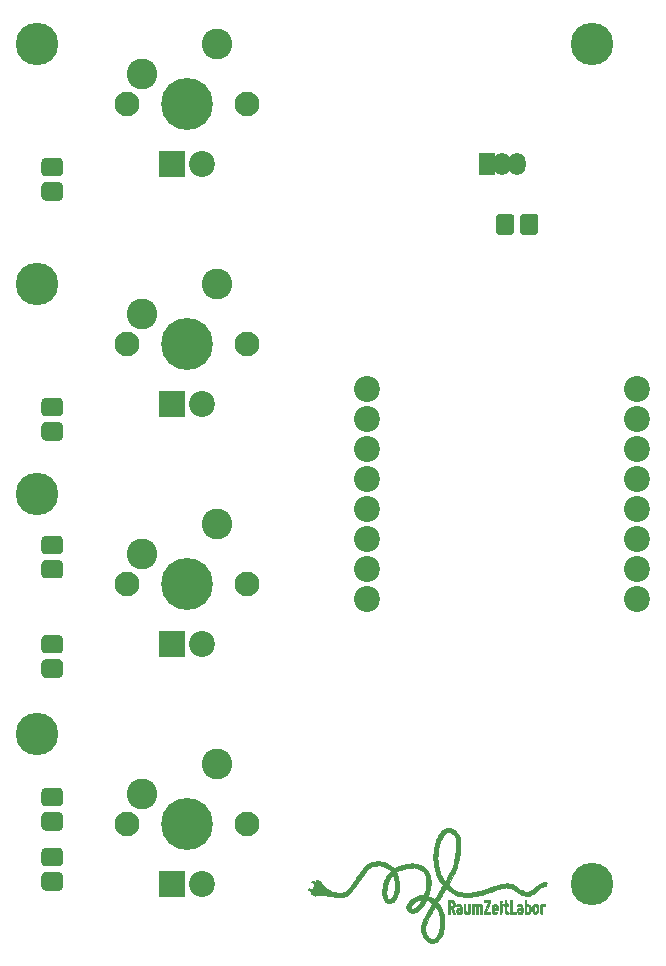
<source format=gts>
G04 #@! TF.GenerationSoftware,KiCad,Pcbnew,5.0.0-fee4fd1~66~ubuntu16.04.1*
G04 #@! TF.CreationDate,2018-08-10T21:55:03+02:00*
G04 #@! TF.ProjectId,ESP-Cerry,4553502D43657272792E6B696361645F,rev?*
G04 #@! TF.SameCoordinates,Original*
G04 #@! TF.FileFunction,Soldermask,Top*
G04 #@! TF.FilePolarity,Negative*
%FSLAX46Y46*%
G04 Gerber Fmt 4.6, Leading zero omitted, Abs format (unit mm)*
G04 Created by KiCad (PCBNEW 5.0.0-fee4fd1~66~ubuntu16.04.1) date Fri Aug 10 21:55:03 2018*
%MOMM*%
%LPD*%
G01*
G04 APERTURE LIST*
%ADD10C,0.010000*%
%ADD11C,2.200000*%
%ADD12R,2.200000X2.200000*%
%ADD13C,0.100000*%
%ADD14C,1.550000*%
%ADD15C,2.600000*%
%ADD16C,4.400000*%
%ADD17C,2.100000*%
%ADD18C,3.600000*%
%ADD19O,1.450000X1.900000*%
%ADD20R,1.450000X1.900000*%
G04 APERTURE END LIST*
D10*
G04 #@! TO.C,*
G36*
X176458887Y-100450066D02*
X176482415Y-100464986D01*
X176500926Y-100509488D01*
X176495925Y-100559470D01*
X176469001Y-100600970D01*
X176466725Y-100602884D01*
X176419626Y-100628373D01*
X176377525Y-100622791D01*
X176340374Y-100589443D01*
X176317147Y-100539478D01*
X176325636Y-100488753D01*
X176343386Y-100460968D01*
X176372805Y-100445460D01*
X176416336Y-100441972D01*
X176458887Y-100450066D01*
X176458887Y-100450066D01*
G37*
X176458887Y-100450066D02*
X176482415Y-100464986D01*
X176500926Y-100509488D01*
X176495925Y-100559470D01*
X176469001Y-100600970D01*
X176466725Y-100602884D01*
X176419626Y-100628373D01*
X176377525Y-100622791D01*
X176340374Y-100589443D01*
X176317147Y-100539478D01*
X176325636Y-100488753D01*
X176343386Y-100460968D01*
X176372805Y-100445460D01*
X176416336Y-100441972D01*
X176458887Y-100450066D01*
G36*
X178535261Y-100371975D02*
X178562000Y-100393500D01*
X178577187Y-100412915D01*
X178586675Y-100439087D01*
X178591726Y-100479282D01*
X178593603Y-100540765D01*
X178593750Y-100576062D01*
X178593750Y-100726875D01*
X178665697Y-100726875D01*
X178759583Y-100739292D01*
X178835982Y-100777424D01*
X178889313Y-100831072D01*
X178907148Y-100855516D01*
X178919746Y-100878383D01*
X178928166Y-100905758D01*
X178933462Y-100943725D01*
X178936693Y-100998368D01*
X178938915Y-101075770D01*
X178939926Y-101122475D01*
X178941511Y-101214184D01*
X178941337Y-101280591D01*
X178938729Y-101328127D01*
X178933010Y-101363223D01*
X178923504Y-101392310D01*
X178909536Y-101421818D01*
X178908176Y-101424445D01*
X178874203Y-101481331D01*
X178837225Y-101520328D01*
X178790277Y-101544946D01*
X178726393Y-101558696D01*
X178638608Y-101565088D01*
X178628350Y-101565454D01*
X178545909Y-101566540D01*
X178491248Y-101563053D01*
X178460683Y-101554674D01*
X178454843Y-101550373D01*
X178449255Y-101536938D01*
X178444727Y-101507515D01*
X178441176Y-101459632D01*
X178438515Y-101390820D01*
X178436662Y-101298608D01*
X178435531Y-101180525D01*
X178435037Y-101034100D01*
X178435000Y-100970896D01*
X178435082Y-100885625D01*
X178593750Y-100885625D01*
X178593750Y-101409500D01*
X178664287Y-101409500D01*
X178715064Y-101405212D01*
X178746320Y-101389534D01*
X178759537Y-101374217D01*
X178770853Y-101350011D01*
X178778332Y-101312077D01*
X178782576Y-101254890D01*
X178784188Y-101172932D01*
X178784250Y-101147562D01*
X178782908Y-101050259D01*
X178777546Y-100980262D01*
X178766158Y-100933192D01*
X178746738Y-100904670D01*
X178717281Y-100890316D01*
X178675780Y-100885750D01*
X178664287Y-100885625D01*
X178593750Y-100885625D01*
X178435082Y-100885625D01*
X178435146Y-100820597D01*
X178435673Y-100698915D01*
X178436715Y-100602721D01*
X178438406Y-100528884D01*
X178440879Y-100474271D01*
X178444268Y-100435753D01*
X178448706Y-100410199D01*
X178454328Y-100394477D01*
X178459946Y-100386696D01*
X178497149Y-100364013D01*
X178535261Y-100371975D01*
X178535261Y-100371975D01*
G37*
X178535261Y-100371975D02*
X178562000Y-100393500D01*
X178577187Y-100412915D01*
X178586675Y-100439087D01*
X178591726Y-100479282D01*
X178593603Y-100540765D01*
X178593750Y-100576062D01*
X178593750Y-100726875D01*
X178665697Y-100726875D01*
X178759583Y-100739292D01*
X178835982Y-100777424D01*
X178889313Y-100831072D01*
X178907148Y-100855516D01*
X178919746Y-100878383D01*
X178928166Y-100905758D01*
X178933462Y-100943725D01*
X178936693Y-100998368D01*
X178938915Y-101075770D01*
X178939926Y-101122475D01*
X178941511Y-101214184D01*
X178941337Y-101280591D01*
X178938729Y-101328127D01*
X178933010Y-101363223D01*
X178923504Y-101392310D01*
X178909536Y-101421818D01*
X178908176Y-101424445D01*
X178874203Y-101481331D01*
X178837225Y-101520328D01*
X178790277Y-101544946D01*
X178726393Y-101558696D01*
X178638608Y-101565088D01*
X178628350Y-101565454D01*
X178545909Y-101566540D01*
X178491248Y-101563053D01*
X178460683Y-101554674D01*
X178454843Y-101550373D01*
X178449255Y-101536938D01*
X178444727Y-101507515D01*
X178441176Y-101459632D01*
X178438515Y-101390820D01*
X178436662Y-101298608D01*
X178435531Y-101180525D01*
X178435037Y-101034100D01*
X178435000Y-100970896D01*
X178435082Y-100885625D01*
X178593750Y-100885625D01*
X178593750Y-101409500D01*
X178664287Y-101409500D01*
X178715064Y-101405212D01*
X178746320Y-101389534D01*
X178759537Y-101374217D01*
X178770853Y-101350011D01*
X178778332Y-101312077D01*
X178782576Y-101254890D01*
X178784188Y-101172932D01*
X178784250Y-101147562D01*
X178782908Y-101050259D01*
X178777546Y-100980262D01*
X178766158Y-100933192D01*
X178746738Y-100904670D01*
X178717281Y-100890316D01*
X178675780Y-100885750D01*
X178664287Y-100885625D01*
X178593750Y-100885625D01*
X178435082Y-100885625D01*
X178435146Y-100820597D01*
X178435673Y-100698915D01*
X178436715Y-100602721D01*
X178438406Y-100528884D01*
X178440879Y-100474271D01*
X178444268Y-100435753D01*
X178448706Y-100410199D01*
X178454328Y-100394477D01*
X178459946Y-100386696D01*
X178497149Y-100364013D01*
X178535261Y-100371975D01*
G36*
X178068084Y-100731751D02*
X178098272Y-100745729D01*
X178148701Y-100774595D01*
X178187602Y-100807213D01*
X178216412Y-100847938D01*
X178236571Y-100901127D01*
X178249516Y-100971138D01*
X178256686Y-101062327D01*
X178259520Y-101179052D01*
X178259762Y-101234875D01*
X178259551Y-101344015D01*
X178257256Y-101425507D01*
X178250598Y-101483449D01*
X178237302Y-101521942D01*
X178215091Y-101545086D01*
X178181688Y-101556981D01*
X178134817Y-101561727D01*
X178077387Y-101563313D01*
X178010955Y-101563672D01*
X177955093Y-101562069D01*
X177918558Y-101558833D01*
X177911125Y-101557081D01*
X177834943Y-101511814D01*
X177781330Y-101445722D01*
X177752801Y-101362594D01*
X177749253Y-101319013D01*
X177904883Y-101319013D01*
X177914116Y-101362606D01*
X177937397Y-101394014D01*
X177945817Y-101398644D01*
X177974085Y-101404179D01*
X178019082Y-101407778D01*
X178034156Y-101408246D01*
X178101625Y-101409500D01*
X178101625Y-101219000D01*
X178034156Y-101219243D01*
X177979243Y-101222666D01*
X177945095Y-101235866D01*
X177921066Y-101263981D01*
X177913499Y-101277491D01*
X177904883Y-101319013D01*
X177749253Y-101319013D01*
X177748711Y-101312365D01*
X177763084Y-101227448D01*
X177803633Y-101156325D01*
X177866503Y-101102486D01*
X177947838Y-101069419D01*
X178027262Y-101060250D01*
X178072512Y-101058710D01*
X178094390Y-101051202D01*
X178101230Y-101033394D01*
X178101625Y-101021595D01*
X178091751Y-100957171D01*
X178065387Y-100908911D01*
X178027416Y-100881068D01*
X177982722Y-100877895D01*
X177952021Y-100891310D01*
X177899399Y-100914035D01*
X177852430Y-100914110D01*
X177817765Y-100894025D01*
X177802055Y-100856268D01*
X177802750Y-100835450D01*
X177821976Y-100798841D01*
X177863804Y-100762964D01*
X177919540Y-100733913D01*
X177967748Y-100719785D01*
X178016766Y-100717359D01*
X178068084Y-100731751D01*
X178068084Y-100731751D01*
G37*
X178068084Y-100731751D02*
X178098272Y-100745729D01*
X178148701Y-100774595D01*
X178187602Y-100807213D01*
X178216412Y-100847938D01*
X178236571Y-100901127D01*
X178249516Y-100971138D01*
X178256686Y-101062327D01*
X178259520Y-101179052D01*
X178259762Y-101234875D01*
X178259551Y-101344015D01*
X178257256Y-101425507D01*
X178250598Y-101483449D01*
X178237302Y-101521942D01*
X178215091Y-101545086D01*
X178181688Y-101556981D01*
X178134817Y-101561727D01*
X178077387Y-101563313D01*
X178010955Y-101563672D01*
X177955093Y-101562069D01*
X177918558Y-101558833D01*
X177911125Y-101557081D01*
X177834943Y-101511814D01*
X177781330Y-101445722D01*
X177752801Y-101362594D01*
X177749253Y-101319013D01*
X177904883Y-101319013D01*
X177914116Y-101362606D01*
X177937397Y-101394014D01*
X177945817Y-101398644D01*
X177974085Y-101404179D01*
X178019082Y-101407778D01*
X178034156Y-101408246D01*
X178101625Y-101409500D01*
X178101625Y-101219000D01*
X178034156Y-101219243D01*
X177979243Y-101222666D01*
X177945095Y-101235866D01*
X177921066Y-101263981D01*
X177913499Y-101277491D01*
X177904883Y-101319013D01*
X177749253Y-101319013D01*
X177748711Y-101312365D01*
X177763084Y-101227448D01*
X177803633Y-101156325D01*
X177866503Y-101102486D01*
X177947838Y-101069419D01*
X178027262Y-101060250D01*
X178072512Y-101058710D01*
X178094390Y-101051202D01*
X178101230Y-101033394D01*
X178101625Y-101021595D01*
X178091751Y-100957171D01*
X178065387Y-100908911D01*
X178027416Y-100881068D01*
X177982722Y-100877895D01*
X177952021Y-100891310D01*
X177899399Y-100914035D01*
X177852430Y-100914110D01*
X177817765Y-100894025D01*
X177802055Y-100856268D01*
X177802750Y-100835450D01*
X177821976Y-100798841D01*
X177863804Y-100762964D01*
X177919540Y-100733913D01*
X177967748Y-100719785D01*
X178016766Y-100717359D01*
X178068084Y-100731751D01*
G36*
X177311779Y-100403627D02*
X177339625Y-100425250D01*
X177348667Y-100435628D01*
X177355810Y-100449012D01*
X177361276Y-100468975D01*
X177365289Y-100499094D01*
X177368072Y-100542942D01*
X177369849Y-100604096D01*
X177370842Y-100686129D01*
X177371276Y-100792616D01*
X177371374Y-100927134D01*
X177371375Y-100933250D01*
X177371375Y-101409500D01*
X177519727Y-101409500D01*
X177591584Y-101410352D01*
X177638954Y-101413785D01*
X177669075Y-101421113D01*
X177689183Y-101433650D01*
X177697247Y-101441730D01*
X177717016Y-101474261D01*
X177713144Y-101511508D01*
X177711251Y-101517136D01*
X177696087Y-101560312D01*
X177463076Y-101564701D01*
X177372219Y-101566141D01*
X177307974Y-101566107D01*
X177265221Y-101564052D01*
X177238836Y-101559425D01*
X177223695Y-101551679D01*
X177214677Y-101540265D01*
X177213408Y-101537963D01*
X177208361Y-101512102D01*
X177204171Y-101455801D01*
X177200878Y-101370360D01*
X177198519Y-101257076D01*
X177197133Y-101117250D01*
X177196750Y-100976441D01*
X177196848Y-100832070D01*
X177197261Y-100716131D01*
X177198159Y-100625307D01*
X177199717Y-100556280D01*
X177202106Y-100505732D01*
X177205502Y-100470347D01*
X177210075Y-100446807D01*
X177216000Y-100431794D01*
X177223449Y-100421990D01*
X177225781Y-100419772D01*
X177268975Y-100395899D01*
X177311779Y-100403627D01*
X177311779Y-100403627D01*
G37*
X177311779Y-100403627D02*
X177339625Y-100425250D01*
X177348667Y-100435628D01*
X177355810Y-100449012D01*
X177361276Y-100468975D01*
X177365289Y-100499094D01*
X177368072Y-100542942D01*
X177369849Y-100604096D01*
X177370842Y-100686129D01*
X177371276Y-100792616D01*
X177371374Y-100927134D01*
X177371375Y-100933250D01*
X177371375Y-101409500D01*
X177519727Y-101409500D01*
X177591584Y-101410352D01*
X177638954Y-101413785D01*
X177669075Y-101421113D01*
X177689183Y-101433650D01*
X177697247Y-101441730D01*
X177717016Y-101474261D01*
X177713144Y-101511508D01*
X177711251Y-101517136D01*
X177696087Y-101560312D01*
X177463076Y-101564701D01*
X177372219Y-101566141D01*
X177307974Y-101566107D01*
X177265221Y-101564052D01*
X177238836Y-101559425D01*
X177223695Y-101551679D01*
X177214677Y-101540265D01*
X177213408Y-101537963D01*
X177208361Y-101512102D01*
X177204171Y-101455801D01*
X177200878Y-101370360D01*
X177198519Y-101257076D01*
X177197133Y-101117250D01*
X177196750Y-100976441D01*
X177196848Y-100832070D01*
X177197261Y-100716131D01*
X177198159Y-100625307D01*
X177199717Y-100556280D01*
X177202106Y-100505732D01*
X177205502Y-100470347D01*
X177210075Y-100446807D01*
X177216000Y-100431794D01*
X177223449Y-100421990D01*
X177225781Y-100419772D01*
X177268975Y-100395899D01*
X177311779Y-100403627D01*
G36*
X175261745Y-100412941D02*
X175521206Y-100417312D01*
X175535096Y-100457000D01*
X175537195Y-100473101D01*
X175533819Y-100497894D01*
X175523873Y-100534437D01*
X175506261Y-100585792D01*
X175479886Y-100655018D01*
X175443652Y-100745175D01*
X175396465Y-100859323D01*
X175358857Y-100949125D01*
X175168730Y-101401562D01*
X175341992Y-101409500D01*
X175425201Y-101414493D01*
X175481276Y-101420983D01*
X175514824Y-101429748D01*
X175530259Y-101441250D01*
X175544712Y-101485465D01*
X175531088Y-101534158D01*
X175529316Y-101537543D01*
X175521036Y-101549001D01*
X175507182Y-101557202D01*
X175482932Y-101562684D01*
X175443464Y-101565987D01*
X175383955Y-101567650D01*
X175299584Y-101568212D01*
X175254678Y-101568250D01*
X175143333Y-101567264D01*
X175061782Y-101564222D01*
X175008130Y-101558993D01*
X174980479Y-101551446D01*
X174977425Y-101549200D01*
X174961056Y-101517771D01*
X174958375Y-101499415D01*
X174964349Y-101477405D01*
X174981244Y-101430122D01*
X175007519Y-101361494D01*
X175041632Y-101275449D01*
X175082043Y-101175917D01*
X175127210Y-101066825D01*
X175140937Y-101034059D01*
X175187046Y-100923781D01*
X175228877Y-100822754D01*
X175264906Y-100734742D01*
X175293605Y-100663509D01*
X175313449Y-100612820D01*
X175322912Y-100586436D01*
X175323500Y-100583782D01*
X175308486Y-100576628D01*
X175266831Y-100571366D01*
X175203612Y-100568501D01*
X175165883Y-100568125D01*
X175079443Y-100566011D01*
X175020010Y-100558411D01*
X174983048Y-100543432D01*
X174964019Y-100519183D01*
X174958386Y-100483772D01*
X174958375Y-100481622D01*
X174960822Y-100455984D01*
X174970906Y-100437189D01*
X174992742Y-100424305D01*
X175030446Y-100416402D01*
X175088132Y-100412547D01*
X175169914Y-100411809D01*
X175261745Y-100412941D01*
X175261745Y-100412941D01*
G37*
X175261745Y-100412941D02*
X175521206Y-100417312D01*
X175535096Y-100457000D01*
X175537195Y-100473101D01*
X175533819Y-100497894D01*
X175523873Y-100534437D01*
X175506261Y-100585792D01*
X175479886Y-100655018D01*
X175443652Y-100745175D01*
X175396465Y-100859323D01*
X175358857Y-100949125D01*
X175168730Y-101401562D01*
X175341992Y-101409500D01*
X175425201Y-101414493D01*
X175481276Y-101420983D01*
X175514824Y-101429748D01*
X175530259Y-101441250D01*
X175544712Y-101485465D01*
X175531088Y-101534158D01*
X175529316Y-101537543D01*
X175521036Y-101549001D01*
X175507182Y-101557202D01*
X175482932Y-101562684D01*
X175443464Y-101565987D01*
X175383955Y-101567650D01*
X175299584Y-101568212D01*
X175254678Y-101568250D01*
X175143333Y-101567264D01*
X175061782Y-101564222D01*
X175008130Y-101558993D01*
X174980479Y-101551446D01*
X174977425Y-101549200D01*
X174961056Y-101517771D01*
X174958375Y-101499415D01*
X174964349Y-101477405D01*
X174981244Y-101430122D01*
X175007519Y-101361494D01*
X175041632Y-101275449D01*
X175082043Y-101175917D01*
X175127210Y-101066825D01*
X175140937Y-101034059D01*
X175187046Y-100923781D01*
X175228877Y-100822754D01*
X175264906Y-100734742D01*
X175293605Y-100663509D01*
X175313449Y-100612820D01*
X175322912Y-100586436D01*
X175323500Y-100583782D01*
X175308486Y-100576628D01*
X175266831Y-100571366D01*
X175203612Y-100568501D01*
X175165883Y-100568125D01*
X175079443Y-100566011D01*
X175020010Y-100558411D01*
X174983048Y-100543432D01*
X174964019Y-100519183D01*
X174958386Y-100483772D01*
X174958375Y-100481622D01*
X174960822Y-100455984D01*
X174970906Y-100437189D01*
X174992742Y-100424305D01*
X175030446Y-100416402D01*
X175088132Y-100412547D01*
X175169914Y-100411809D01*
X175261745Y-100412941D01*
G36*
X173752166Y-100740092D02*
X173768966Y-100769761D01*
X173773302Y-100796656D01*
X173777130Y-100850034D01*
X173780246Y-100924628D01*
X173782451Y-101015172D01*
X173783543Y-101116400D01*
X173783625Y-101153001D01*
X173783605Y-101278459D01*
X173782473Y-101375744D01*
X173778612Y-101448427D01*
X173770410Y-101500080D01*
X173756253Y-101534276D01*
X173734526Y-101554588D01*
X173703617Y-101564586D01*
X173661911Y-101567844D01*
X173607794Y-101567934D01*
X173596193Y-101567888D01*
X173503463Y-101564164D01*
X173437057Y-101553117D01*
X173404994Y-101541318D01*
X173362891Y-101511292D01*
X173321393Y-101467596D01*
X173309744Y-101451586D01*
X173295435Y-101429250D01*
X173284806Y-101408286D01*
X173277312Y-101383754D01*
X173272403Y-101350716D01*
X173269533Y-101304235D01*
X173268155Y-101239371D01*
X173267722Y-101151187D01*
X173267687Y-101072091D01*
X173267875Y-100963903D01*
X173268706Y-100883063D01*
X173270583Y-100825167D01*
X173273907Y-100785816D01*
X173279081Y-100760606D01*
X173286506Y-100745135D01*
X173296584Y-100735003D01*
X173298604Y-100733485D01*
X173338901Y-100720222D01*
X173383278Y-100726444D01*
X173402625Y-100738052D01*
X173405460Y-100755429D01*
X173408683Y-100799587D01*
X173412045Y-100865564D01*
X173415298Y-100948398D01*
X173418192Y-101043127D01*
X173418500Y-101054892D01*
X173421730Y-101169611D01*
X173425762Y-101256464D01*
X173432106Y-101319329D01*
X173442270Y-101362081D01*
X173457761Y-101388597D01*
X173480088Y-101402754D01*
X173510760Y-101408429D01*
X173551284Y-101409497D01*
X173556471Y-101409500D01*
X173624875Y-101409500D01*
X173624875Y-100741964D01*
X173664424Y-100726927D01*
X173715253Y-100719249D01*
X173752166Y-100740092D01*
X173752166Y-100740092D01*
G37*
X173752166Y-100740092D02*
X173768966Y-100769761D01*
X173773302Y-100796656D01*
X173777130Y-100850034D01*
X173780246Y-100924628D01*
X173782451Y-101015172D01*
X173783543Y-101116400D01*
X173783625Y-101153001D01*
X173783605Y-101278459D01*
X173782473Y-101375744D01*
X173778612Y-101448427D01*
X173770410Y-101500080D01*
X173756253Y-101534276D01*
X173734526Y-101554588D01*
X173703617Y-101564586D01*
X173661911Y-101567844D01*
X173607794Y-101567934D01*
X173596193Y-101567888D01*
X173503463Y-101564164D01*
X173437057Y-101553117D01*
X173404994Y-101541318D01*
X173362891Y-101511292D01*
X173321393Y-101467596D01*
X173309744Y-101451586D01*
X173295435Y-101429250D01*
X173284806Y-101408286D01*
X173277312Y-101383754D01*
X173272403Y-101350716D01*
X173269533Y-101304235D01*
X173268155Y-101239371D01*
X173267722Y-101151187D01*
X173267687Y-101072091D01*
X173267875Y-100963903D01*
X173268706Y-100883063D01*
X173270583Y-100825167D01*
X173273907Y-100785816D01*
X173279081Y-100760606D01*
X173286506Y-100745135D01*
X173296584Y-100735003D01*
X173298604Y-100733485D01*
X173338901Y-100720222D01*
X173383278Y-100726444D01*
X173402625Y-100738052D01*
X173405460Y-100755429D01*
X173408683Y-100799587D01*
X173412045Y-100865564D01*
X173415298Y-100948398D01*
X173418192Y-101043127D01*
X173418500Y-101054892D01*
X173421730Y-101169611D01*
X173425762Y-101256464D01*
X173432106Y-101319329D01*
X173442270Y-101362081D01*
X173457761Y-101388597D01*
X173480088Y-101402754D01*
X173510760Y-101408429D01*
X173551284Y-101409497D01*
X173556471Y-101409500D01*
X173624875Y-101409500D01*
X173624875Y-100741964D01*
X173664424Y-100726927D01*
X173715253Y-100719249D01*
X173752166Y-100740092D01*
G36*
X172945741Y-100738478D02*
X173015124Y-100779760D01*
X173066678Y-100839258D01*
X173079111Y-100863968D01*
X173086586Y-100897832D01*
X173092631Y-100956077D01*
X173097196Y-101032367D01*
X173100227Y-101120366D01*
X173101675Y-101213736D01*
X173101487Y-101306143D01*
X173099613Y-101391249D01*
X173096001Y-101462718D01*
X173090600Y-101514213D01*
X173084566Y-101537543D01*
X173072774Y-101552545D01*
X173052493Y-101561674D01*
X173016848Y-101566267D01*
X172958962Y-101567660D01*
X172929785Y-101567628D01*
X172856329Y-101564796D01*
X172792193Y-101557774D01*
X172747725Y-101547762D01*
X172743025Y-101545920D01*
X172672570Y-101499739D01*
X172624256Y-101436172D01*
X172599233Y-101361653D01*
X172598767Y-101298524D01*
X172754126Y-101298524D01*
X172756075Y-101343993D01*
X172778022Y-101380468D01*
X172818269Y-101403346D01*
X172873272Y-101409500D01*
X172942250Y-101409500D01*
X172942250Y-101219000D01*
X172878750Y-101219000D01*
X172819296Y-101229884D01*
X172776478Y-101258440D01*
X172754126Y-101298524D01*
X172598767Y-101298524D01*
X172598649Y-101282615D01*
X172623653Y-101205492D01*
X172670779Y-101141220D01*
X172729614Y-101094498D01*
X172795955Y-101068797D01*
X172880068Y-101060301D01*
X172888671Y-101060250D01*
X172924885Y-101057549D01*
X172939513Y-101042901D01*
X172942249Y-101006489D01*
X172942250Y-101005985D01*
X172933285Y-100937159D01*
X172907258Y-100894491D01*
X172865468Y-100878859D01*
X172809214Y-100891143D01*
X172787693Y-100901474D01*
X172747365Y-100920348D01*
X172720734Y-100922808D01*
X172696874Y-100911344D01*
X172665918Y-100876366D01*
X172661524Y-100834848D01*
X172680946Y-100792469D01*
X172721442Y-100754904D01*
X172780265Y-100727831D01*
X172786434Y-100726084D01*
X172866765Y-100719292D01*
X172945741Y-100738478D01*
X172945741Y-100738478D01*
G37*
X172945741Y-100738478D02*
X173015124Y-100779760D01*
X173066678Y-100839258D01*
X173079111Y-100863968D01*
X173086586Y-100897832D01*
X173092631Y-100956077D01*
X173097196Y-101032367D01*
X173100227Y-101120366D01*
X173101675Y-101213736D01*
X173101487Y-101306143D01*
X173099613Y-101391249D01*
X173096001Y-101462718D01*
X173090600Y-101514213D01*
X173084566Y-101537543D01*
X173072774Y-101552545D01*
X173052493Y-101561674D01*
X173016848Y-101566267D01*
X172958962Y-101567660D01*
X172929785Y-101567628D01*
X172856329Y-101564796D01*
X172792193Y-101557774D01*
X172747725Y-101547762D01*
X172743025Y-101545920D01*
X172672570Y-101499739D01*
X172624256Y-101436172D01*
X172599233Y-101361653D01*
X172598767Y-101298524D01*
X172754126Y-101298524D01*
X172756075Y-101343993D01*
X172778022Y-101380468D01*
X172818269Y-101403346D01*
X172873272Y-101409500D01*
X172942250Y-101409500D01*
X172942250Y-101219000D01*
X172878750Y-101219000D01*
X172819296Y-101229884D01*
X172776478Y-101258440D01*
X172754126Y-101298524D01*
X172598767Y-101298524D01*
X172598649Y-101282615D01*
X172623653Y-101205492D01*
X172670779Y-101141220D01*
X172729614Y-101094498D01*
X172795955Y-101068797D01*
X172880068Y-101060301D01*
X172888671Y-101060250D01*
X172924885Y-101057549D01*
X172939513Y-101042901D01*
X172942249Y-101006489D01*
X172942250Y-101005985D01*
X172933285Y-100937159D01*
X172907258Y-100894491D01*
X172865468Y-100878859D01*
X172809214Y-100891143D01*
X172787693Y-100901474D01*
X172747365Y-100920348D01*
X172720734Y-100922808D01*
X172696874Y-100911344D01*
X172665918Y-100876366D01*
X172661524Y-100834848D01*
X172680946Y-100792469D01*
X172721442Y-100754904D01*
X172780265Y-100727831D01*
X172786434Y-100726084D01*
X172866765Y-100719292D01*
X172945741Y-100738478D01*
G36*
X179955921Y-100728666D02*
X179976366Y-100729415D01*
X180050688Y-100732811D01*
X180100554Y-100737893D01*
X180133257Y-100746212D01*
X180156091Y-100759319D01*
X180168150Y-100770188D01*
X180191971Y-100801100D01*
X180193158Y-100832027D01*
X180187755Y-100849563D01*
X180178583Y-100871668D01*
X180165755Y-100884405D01*
X180141809Y-100889865D01*
X180099281Y-100890138D01*
X180049959Y-100888164D01*
X179927902Y-100882767D01*
X179923607Y-101211680D01*
X179921998Y-101322168D01*
X179920157Y-101405168D01*
X179917643Y-101464940D01*
X179914016Y-101505744D01*
X179908835Y-101531843D01*
X179901658Y-101547495D01*
X179892044Y-101556963D01*
X179887562Y-101559885D01*
X179850275Y-101572638D01*
X179827129Y-101572376D01*
X179809084Y-101564088D01*
X179795062Y-101546476D01*
X179784586Y-101516031D01*
X179777177Y-101469248D01*
X179772358Y-101402620D01*
X179769651Y-101312639D01*
X179768578Y-101195800D01*
X179768500Y-101142123D01*
X179768465Y-101015833D01*
X179769536Y-100917789D01*
X179773474Y-100844495D01*
X179782039Y-100792454D01*
X179796993Y-100758170D01*
X179820097Y-100738146D01*
X179853113Y-100728885D01*
X179897800Y-100726890D01*
X179955921Y-100728666D01*
X179955921Y-100728666D01*
G37*
X179955921Y-100728666D02*
X179976366Y-100729415D01*
X180050688Y-100732811D01*
X180100554Y-100737893D01*
X180133257Y-100746212D01*
X180156091Y-100759319D01*
X180168150Y-100770188D01*
X180191971Y-100801100D01*
X180193158Y-100832027D01*
X180187755Y-100849563D01*
X180178583Y-100871668D01*
X180165755Y-100884405D01*
X180141809Y-100889865D01*
X180099281Y-100890138D01*
X180049959Y-100888164D01*
X179927902Y-100882767D01*
X179923607Y-101211680D01*
X179921998Y-101322168D01*
X179920157Y-101405168D01*
X179917643Y-101464940D01*
X179914016Y-101505744D01*
X179908835Y-101531843D01*
X179901658Y-101547495D01*
X179892044Y-101556963D01*
X179887562Y-101559885D01*
X179850275Y-101572638D01*
X179827129Y-101572376D01*
X179809084Y-101564088D01*
X179795062Y-101546476D01*
X179784586Y-101516031D01*
X179777177Y-101469248D01*
X179772358Y-101402620D01*
X179769651Y-101312639D01*
X179768578Y-101195800D01*
X179768500Y-101142123D01*
X179768465Y-101015833D01*
X179769536Y-100917789D01*
X179773474Y-100844495D01*
X179782039Y-100792454D01*
X179796993Y-100758170D01*
X179820097Y-100738146D01*
X179853113Y-100728885D01*
X179897800Y-100726890D01*
X179955921Y-100728666D01*
G36*
X179398049Y-100725409D02*
X179472476Y-100753390D01*
X179537242Y-100806269D01*
X179574335Y-100859245D01*
X179585437Y-100884977D01*
X179593193Y-100918567D01*
X179598142Y-100965665D01*
X179600821Y-101031921D01*
X179601769Y-101122984D01*
X179601799Y-101147562D01*
X179601351Y-101242129D01*
X179599566Y-101310872D01*
X179595801Y-101359712D01*
X179589412Y-101394568D01*
X179579757Y-101421359D01*
X179570062Y-101439590D01*
X179512322Y-101509776D01*
X179439149Y-101554857D01*
X179355860Y-101572380D01*
X179294199Y-101566897D01*
X179215075Y-101534388D01*
X179149611Y-101474724D01*
X179125562Y-101439590D01*
X179113055Y-101414957D01*
X179104294Y-101386664D01*
X179098635Y-101348792D01*
X179095434Y-101295421D01*
X179094048Y-101220632D01*
X179093812Y-101147562D01*
X179244625Y-101147562D01*
X179244946Y-101230861D01*
X179246587Y-101288652D01*
X179250568Y-101327173D01*
X179257905Y-101352666D01*
X179269616Y-101371369D01*
X179283590Y-101386409D01*
X179324199Y-101417996D01*
X179360620Y-101421541D01*
X179402232Y-101397706D01*
X179405585Y-101395027D01*
X179420587Y-101381404D01*
X179430940Y-101365275D01*
X179437502Y-101340954D01*
X179441136Y-101302759D01*
X179442701Y-101245005D01*
X179443059Y-101162008D01*
X179443062Y-101147562D01*
X179442808Y-101060440D01*
X179441470Y-100999383D01*
X179438190Y-100958707D01*
X179432104Y-100932730D01*
X179422354Y-100915766D01*
X179408078Y-100902132D01*
X179405585Y-100900097D01*
X179363257Y-100874369D01*
X179326778Y-100875974D01*
X179286768Y-100905575D01*
X179283590Y-100908715D01*
X179267414Y-100926538D01*
X179256468Y-100945906D01*
X179249734Y-100973057D01*
X179246195Y-101014233D01*
X179244832Y-101075672D01*
X179244625Y-101147562D01*
X179093812Y-101147562D01*
X179094491Y-101049146D01*
X179096862Y-100976997D01*
X179101427Y-100925654D01*
X179108689Y-100889655D01*
X179119149Y-100863540D01*
X179120085Y-100861812D01*
X179174979Y-100790528D01*
X179243483Y-100744011D01*
X179319778Y-100722293D01*
X179398049Y-100725409D01*
X179398049Y-100725409D01*
G37*
X179398049Y-100725409D02*
X179472476Y-100753390D01*
X179537242Y-100806269D01*
X179574335Y-100859245D01*
X179585437Y-100884977D01*
X179593193Y-100918567D01*
X179598142Y-100965665D01*
X179600821Y-101031921D01*
X179601769Y-101122984D01*
X179601799Y-101147562D01*
X179601351Y-101242129D01*
X179599566Y-101310872D01*
X179595801Y-101359712D01*
X179589412Y-101394568D01*
X179579757Y-101421359D01*
X179570062Y-101439590D01*
X179512322Y-101509776D01*
X179439149Y-101554857D01*
X179355860Y-101572380D01*
X179294199Y-101566897D01*
X179215075Y-101534388D01*
X179149611Y-101474724D01*
X179125562Y-101439590D01*
X179113055Y-101414957D01*
X179104294Y-101386664D01*
X179098635Y-101348792D01*
X179095434Y-101295421D01*
X179094048Y-101220632D01*
X179093812Y-101147562D01*
X179244625Y-101147562D01*
X179244946Y-101230861D01*
X179246587Y-101288652D01*
X179250568Y-101327173D01*
X179257905Y-101352666D01*
X179269616Y-101371369D01*
X179283590Y-101386409D01*
X179324199Y-101417996D01*
X179360620Y-101421541D01*
X179402232Y-101397706D01*
X179405585Y-101395027D01*
X179420587Y-101381404D01*
X179430940Y-101365275D01*
X179437502Y-101340954D01*
X179441136Y-101302759D01*
X179442701Y-101245005D01*
X179443059Y-101162008D01*
X179443062Y-101147562D01*
X179442808Y-101060440D01*
X179441470Y-100999383D01*
X179438190Y-100958707D01*
X179432104Y-100932730D01*
X179422354Y-100915766D01*
X179408078Y-100902132D01*
X179405585Y-100900097D01*
X179363257Y-100874369D01*
X179326778Y-100875974D01*
X179286768Y-100905575D01*
X179283590Y-100908715D01*
X179267414Y-100926538D01*
X179256468Y-100945906D01*
X179249734Y-100973057D01*
X179246195Y-101014233D01*
X179244832Y-101075672D01*
X179244625Y-101147562D01*
X179093812Y-101147562D01*
X179094491Y-101049146D01*
X179096862Y-100976997D01*
X179101427Y-100925654D01*
X179108689Y-100889655D01*
X179119149Y-100863540D01*
X179120085Y-100861812D01*
X179174979Y-100790528D01*
X179243483Y-100744011D01*
X179319778Y-100722293D01*
X179398049Y-100725409D01*
G36*
X176860814Y-100376254D02*
X176876021Y-100387332D01*
X176886088Y-100405297D01*
X176892346Y-100436497D01*
X176896123Y-100487278D01*
X176898541Y-100556481D01*
X176903062Y-100718937D01*
X176966361Y-100724089D01*
X177024513Y-100734438D01*
X177057060Y-100756485D01*
X177069261Y-100794479D01*
X177069750Y-100807635D01*
X177057840Y-100850692D01*
X177021158Y-100876356D01*
X176958275Y-100885570D01*
X176951731Y-100885625D01*
X176895125Y-100885625D01*
X176895359Y-101103906D01*
X176896599Y-101206954D01*
X176901009Y-101283065D01*
X176910001Y-101337000D01*
X176924989Y-101373523D01*
X176947385Y-101397397D01*
X176978603Y-101413385D01*
X176988181Y-101416785D01*
X177042789Y-101444801D01*
X177071602Y-101481725D01*
X177071691Y-101523750D01*
X177071306Y-101524816D01*
X177043006Y-101560086D01*
X176993766Y-101572776D01*
X176947116Y-101567658D01*
X176864156Y-101534489D01*
X176799554Y-101475953D01*
X176783301Y-101452293D01*
X176771555Y-101429753D01*
X176763179Y-101403117D01*
X176757620Y-101366873D01*
X176754324Y-101315508D01*
X176752739Y-101243510D01*
X176752309Y-101145367D01*
X176752309Y-101143593D01*
X176752250Y-100885625D01*
X176711518Y-100885625D01*
X176653387Y-100875515D01*
X176618804Y-100846177D01*
X176609375Y-100807635D01*
X176618599Y-100762086D01*
X176649263Y-100735436D01*
X176696687Y-100724310D01*
X176744312Y-100718937D01*
X176748843Y-100555622D01*
X176751346Y-100481770D01*
X176754911Y-100433335D01*
X176761002Y-100403984D01*
X176771081Y-100387387D01*
X176786612Y-100377212D01*
X176790491Y-100375395D01*
X176834383Y-100367085D01*
X176860814Y-100376254D01*
X176860814Y-100376254D01*
G37*
X176860814Y-100376254D02*
X176876021Y-100387332D01*
X176886088Y-100405297D01*
X176892346Y-100436497D01*
X176896123Y-100487278D01*
X176898541Y-100556481D01*
X176903062Y-100718937D01*
X176966361Y-100724089D01*
X177024513Y-100734438D01*
X177057060Y-100756485D01*
X177069261Y-100794479D01*
X177069750Y-100807635D01*
X177057840Y-100850692D01*
X177021158Y-100876356D01*
X176958275Y-100885570D01*
X176951731Y-100885625D01*
X176895125Y-100885625D01*
X176895359Y-101103906D01*
X176896599Y-101206954D01*
X176901009Y-101283065D01*
X176910001Y-101337000D01*
X176924989Y-101373523D01*
X176947385Y-101397397D01*
X176978603Y-101413385D01*
X176988181Y-101416785D01*
X177042789Y-101444801D01*
X177071602Y-101481725D01*
X177071691Y-101523750D01*
X177071306Y-101524816D01*
X177043006Y-101560086D01*
X176993766Y-101572776D01*
X176947116Y-101567658D01*
X176864156Y-101534489D01*
X176799554Y-101475953D01*
X176783301Y-101452293D01*
X176771555Y-101429753D01*
X176763179Y-101403117D01*
X176757620Y-101366873D01*
X176754324Y-101315508D01*
X176752739Y-101243510D01*
X176752309Y-101145367D01*
X176752309Y-101143593D01*
X176752250Y-100885625D01*
X176711518Y-100885625D01*
X176653387Y-100875515D01*
X176618804Y-100846177D01*
X176609375Y-100807635D01*
X176618599Y-100762086D01*
X176649263Y-100735436D01*
X176696687Y-100724310D01*
X176744312Y-100718937D01*
X176748843Y-100555622D01*
X176751346Y-100481770D01*
X176754911Y-100433335D01*
X176761002Y-100403984D01*
X176771081Y-100387387D01*
X176786612Y-100377212D01*
X176790491Y-100375395D01*
X176834383Y-100367085D01*
X176860814Y-100376254D01*
G36*
X176442825Y-100726927D02*
X176482375Y-100741964D01*
X176482131Y-101135263D01*
X176481610Y-101244396D01*
X176480274Y-101343273D01*
X176478254Y-101427375D01*
X176475681Y-101492181D01*
X176472687Y-101533172D01*
X176470225Y-101545595D01*
X176436854Y-101569161D01*
X176389913Y-101573310D01*
X176382254Y-101571919D01*
X176355275Y-101553339D01*
X176338598Y-101526191D01*
X176333676Y-101497054D01*
X176329757Y-101442127D01*
X176326843Y-101367348D01*
X176324937Y-101278652D01*
X176324041Y-101181979D01*
X176324158Y-101083266D01*
X176325290Y-100988449D01*
X176327440Y-100903466D01*
X176330610Y-100834255D01*
X176334802Y-100786752D01*
X176338283Y-100769761D01*
X176365865Y-100729956D01*
X176407442Y-100718639D01*
X176442825Y-100726927D01*
X176442825Y-100726927D01*
G37*
X176442825Y-100726927D02*
X176482375Y-100741964D01*
X176482131Y-101135263D01*
X176481610Y-101244396D01*
X176480274Y-101343273D01*
X176478254Y-101427375D01*
X176475681Y-101492181D01*
X176472687Y-101533172D01*
X176470225Y-101545595D01*
X176436854Y-101569161D01*
X176389913Y-101573310D01*
X176382254Y-101571919D01*
X176355275Y-101553339D01*
X176338598Y-101526191D01*
X176333676Y-101497054D01*
X176329757Y-101442127D01*
X176326843Y-101367348D01*
X176324937Y-101278652D01*
X176324041Y-101181979D01*
X176324158Y-101083266D01*
X176325290Y-100988449D01*
X176327440Y-100903466D01*
X176330610Y-100834255D01*
X176334802Y-100786752D01*
X176338283Y-100769761D01*
X176365865Y-100729956D01*
X176407442Y-100718639D01*
X176442825Y-100726927D01*
G36*
X175979101Y-100729002D02*
X176050150Y-100758026D01*
X176110151Y-100808311D01*
X176153135Y-100878994D01*
X176163340Y-100909437D01*
X176175581Y-100977235D01*
X176180043Y-101053312D01*
X176176633Y-101124669D01*
X176165267Y-101178279D01*
X176156987Y-101196733D01*
X176144841Y-101208553D01*
X176122472Y-101215214D01*
X176083528Y-101218195D01*
X176021651Y-101218974D01*
X175990144Y-101219000D01*
X175909968Y-101220142D01*
X175857093Y-101225511D01*
X175827097Y-101238023D01*
X175815560Y-101260591D01*
X175818058Y-101296130D01*
X175825159Y-101327753D01*
X175850065Y-101380806D01*
X175883484Y-101406427D01*
X175915803Y-101418092D01*
X175944105Y-101414299D01*
X175982462Y-101393532D01*
X176036864Y-101370466D01*
X176079060Y-101374577D01*
X176106376Y-101405296D01*
X176111613Y-101420952D01*
X176112512Y-101468682D01*
X176086674Y-101508723D01*
X176044136Y-101538895D01*
X175961795Y-101570964D01*
X175880823Y-101571753D01*
X175842355Y-101561308D01*
X175794138Y-101539529D01*
X175754145Y-101514237D01*
X175749448Y-101510265D01*
X175721977Y-101482268D01*
X175701888Y-101451790D01*
X175688061Y-101413485D01*
X175679376Y-101362004D01*
X175674714Y-101292001D01*
X175672953Y-101198127D01*
X175672809Y-101144382D01*
X175673189Y-101060250D01*
X175811444Y-101060250D01*
X176022000Y-101060250D01*
X176022000Y-101003965D01*
X176011489Y-100955472D01*
X175984971Y-100910374D01*
X175949970Y-100878695D01*
X175921292Y-100869750D01*
X175879659Y-100884350D01*
X175844826Y-100923062D01*
X175823043Y-100978253D01*
X175820472Y-100992943D01*
X175811444Y-101060250D01*
X175673189Y-101060250D01*
X175673249Y-101047179D01*
X175674900Y-100976100D01*
X175678341Y-100925522D01*
X175684150Y-100889827D01*
X175692903Y-100863392D01*
X175703801Y-100842831D01*
X175759353Y-100778155D01*
X175827733Y-100738202D01*
X175902972Y-100722106D01*
X175979101Y-100729002D01*
X175979101Y-100729002D01*
G37*
X175979101Y-100729002D02*
X176050150Y-100758026D01*
X176110151Y-100808311D01*
X176153135Y-100878994D01*
X176163340Y-100909437D01*
X176175581Y-100977235D01*
X176180043Y-101053312D01*
X176176633Y-101124669D01*
X176165267Y-101178279D01*
X176156987Y-101196733D01*
X176144841Y-101208553D01*
X176122472Y-101215214D01*
X176083528Y-101218195D01*
X176021651Y-101218974D01*
X175990144Y-101219000D01*
X175909968Y-101220142D01*
X175857093Y-101225511D01*
X175827097Y-101238023D01*
X175815560Y-101260591D01*
X175818058Y-101296130D01*
X175825159Y-101327753D01*
X175850065Y-101380806D01*
X175883484Y-101406427D01*
X175915803Y-101418092D01*
X175944105Y-101414299D01*
X175982462Y-101393532D01*
X176036864Y-101370466D01*
X176079060Y-101374577D01*
X176106376Y-101405296D01*
X176111613Y-101420952D01*
X176112512Y-101468682D01*
X176086674Y-101508723D01*
X176044136Y-101538895D01*
X175961795Y-101570964D01*
X175880823Y-101571753D01*
X175842355Y-101561308D01*
X175794138Y-101539529D01*
X175754145Y-101514237D01*
X175749448Y-101510265D01*
X175721977Y-101482268D01*
X175701888Y-101451790D01*
X175688061Y-101413485D01*
X175679376Y-101362004D01*
X175674714Y-101292001D01*
X175672953Y-101198127D01*
X175672809Y-101144382D01*
X175673189Y-101060250D01*
X175811444Y-101060250D01*
X176022000Y-101060250D01*
X176022000Y-101003965D01*
X176011489Y-100955472D01*
X175984971Y-100910374D01*
X175949970Y-100878695D01*
X175921292Y-100869750D01*
X175879659Y-100884350D01*
X175844826Y-100923062D01*
X175823043Y-100978253D01*
X175820472Y-100992943D01*
X175811444Y-101060250D01*
X175673189Y-101060250D01*
X175673249Y-101047179D01*
X175674900Y-100976100D01*
X175678341Y-100925522D01*
X175684150Y-100889827D01*
X175692903Y-100863392D01*
X175703801Y-100842831D01*
X175759353Y-100778155D01*
X175827733Y-100738202D01*
X175902972Y-100722106D01*
X175979101Y-100729002D01*
G36*
X174338451Y-100729830D02*
X174344837Y-100729925D01*
X174455511Y-100731802D01*
X174539056Y-100733971D01*
X174600097Y-100736903D01*
X174643254Y-100741069D01*
X174673151Y-100746939D01*
X174694410Y-100754984D01*
X174711651Y-100765676D01*
X174714185Y-100767543D01*
X174749112Y-100794657D01*
X174775698Y-100820098D01*
X174795159Y-100848595D01*
X174808712Y-100884879D01*
X174817574Y-100933677D01*
X174822960Y-100999720D01*
X174826088Y-101087735D01*
X174828173Y-101202454D01*
X174828305Y-101211221D01*
X174833173Y-101534589D01*
X174792586Y-101561182D01*
X174761203Y-101578328D01*
X174736969Y-101576189D01*
X174712312Y-101561772D01*
X174672625Y-101535768D01*
X174672625Y-101236969D01*
X174672221Y-101122785D01*
X174670095Y-101036458D01*
X174664868Y-100974098D01*
X174655165Y-100931815D01*
X174639609Y-100905717D01*
X174616825Y-100891913D01*
X174585436Y-100886514D01*
X174548343Y-100885625D01*
X174482125Y-100885625D01*
X174482125Y-101203125D01*
X174481933Y-101311761D01*
X174481084Y-101393171D01*
X174479167Y-101451877D01*
X174475770Y-101492401D01*
X174470483Y-101519267D01*
X174462893Y-101536997D01*
X174452591Y-101550112D01*
X174450375Y-101552375D01*
X174420173Y-101577995D01*
X174395149Y-101580554D01*
X174361131Y-101561138D01*
X174358657Y-101559412D01*
X174346781Y-101550049D01*
X174337921Y-101538003D01*
X174331636Y-101518902D01*
X174327484Y-101488375D01*
X174325024Y-101442051D01*
X174323814Y-101375560D01*
X174323412Y-101284529D01*
X174323375Y-101210162D01*
X174323375Y-100885625D01*
X174132875Y-100885625D01*
X174132875Y-101200090D01*
X174132478Y-101314855D01*
X174130803Y-101402017D01*
X174127119Y-101465720D01*
X174120697Y-101510106D01*
X174110807Y-101539318D01*
X174096719Y-101557499D01*
X174077703Y-101568793D01*
X174067228Y-101572771D01*
X174035243Y-101571178D01*
X174007697Y-101558214D01*
X173997219Y-101549774D01*
X173989183Y-101538360D01*
X173983266Y-101520023D01*
X173979143Y-101490815D01*
X173976492Y-101446786D01*
X173974989Y-101383988D01*
X173974309Y-101298472D01*
X173974129Y-101186288D01*
X173974125Y-101148606D01*
X173974435Y-101023626D01*
X173975499Y-100926851D01*
X173977514Y-100854744D01*
X173980677Y-100803763D01*
X173985184Y-100770371D01*
X173991235Y-100751027D01*
X173996702Y-100743775D01*
X174016446Y-100736896D01*
X174058064Y-100732159D01*
X174123985Y-100729467D01*
X174216638Y-100728723D01*
X174338451Y-100729830D01*
X174338451Y-100729830D01*
G37*
X174338451Y-100729830D02*
X174344837Y-100729925D01*
X174455511Y-100731802D01*
X174539056Y-100733971D01*
X174600097Y-100736903D01*
X174643254Y-100741069D01*
X174673151Y-100746939D01*
X174694410Y-100754984D01*
X174711651Y-100765676D01*
X174714185Y-100767543D01*
X174749112Y-100794657D01*
X174775698Y-100820098D01*
X174795159Y-100848595D01*
X174808712Y-100884879D01*
X174817574Y-100933677D01*
X174822960Y-100999720D01*
X174826088Y-101087735D01*
X174828173Y-101202454D01*
X174828305Y-101211221D01*
X174833173Y-101534589D01*
X174792586Y-101561182D01*
X174761203Y-101578328D01*
X174736969Y-101576189D01*
X174712312Y-101561772D01*
X174672625Y-101535768D01*
X174672625Y-101236969D01*
X174672221Y-101122785D01*
X174670095Y-101036458D01*
X174664868Y-100974098D01*
X174655165Y-100931815D01*
X174639609Y-100905717D01*
X174616825Y-100891913D01*
X174585436Y-100886514D01*
X174548343Y-100885625D01*
X174482125Y-100885625D01*
X174482125Y-101203125D01*
X174481933Y-101311761D01*
X174481084Y-101393171D01*
X174479167Y-101451877D01*
X174475770Y-101492401D01*
X174470483Y-101519267D01*
X174462893Y-101536997D01*
X174452591Y-101550112D01*
X174450375Y-101552375D01*
X174420173Y-101577995D01*
X174395149Y-101580554D01*
X174361131Y-101561138D01*
X174358657Y-101559412D01*
X174346781Y-101550049D01*
X174337921Y-101538003D01*
X174331636Y-101518902D01*
X174327484Y-101488375D01*
X174325024Y-101442051D01*
X174323814Y-101375560D01*
X174323412Y-101284529D01*
X174323375Y-101210162D01*
X174323375Y-100885625D01*
X174132875Y-100885625D01*
X174132875Y-101200090D01*
X174132478Y-101314855D01*
X174130803Y-101402017D01*
X174127119Y-101465720D01*
X174120697Y-101510106D01*
X174110807Y-101539318D01*
X174096719Y-101557499D01*
X174077703Y-101568793D01*
X174067228Y-101572771D01*
X174035243Y-101571178D01*
X174007697Y-101558214D01*
X173997219Y-101549774D01*
X173989183Y-101538360D01*
X173983266Y-101520023D01*
X173979143Y-101490815D01*
X173976492Y-101446786D01*
X173974989Y-101383988D01*
X173974309Y-101298472D01*
X173974129Y-101186288D01*
X173974125Y-101148606D01*
X173974435Y-101023626D01*
X173975499Y-100926851D01*
X173977514Y-100854744D01*
X173980677Y-100803763D01*
X173985184Y-100770371D01*
X173991235Y-100751027D01*
X173996702Y-100743775D01*
X174016446Y-100736896D01*
X174058064Y-100732159D01*
X174123985Y-100729467D01*
X174216638Y-100728723D01*
X174338451Y-100729830D01*
G36*
X172218758Y-100411220D02*
X172288883Y-100417976D01*
X172341763Y-100431470D01*
X172384578Y-100453530D01*
X172424298Y-100485791D01*
X172469264Y-100538861D01*
X172497355Y-100601674D01*
X172511130Y-100681820D01*
X172513625Y-100750810D01*
X172504035Y-100861383D01*
X172475427Y-100947587D01*
X172428044Y-101008786D01*
X172410233Y-101022156D01*
X172381904Y-101046205D01*
X172370750Y-101066008D01*
X172375962Y-101086884D01*
X172390237Y-101131422D01*
X172411531Y-101193541D01*
X172437803Y-101267158D01*
X172444283Y-101284936D01*
X172478679Y-101383929D01*
X172499584Y-101458014D01*
X172507271Y-101510897D01*
X172502019Y-101546279D01*
X172484101Y-101567866D01*
X172465963Y-101576199D01*
X172437448Y-101582946D01*
X172413155Y-101581133D01*
X172390928Y-101567524D01*
X172368608Y-101538882D01*
X172344042Y-101491969D01*
X172315071Y-101423549D01*
X172279540Y-101330385D01*
X172251792Y-101254718D01*
X172225313Y-101183199D01*
X172205927Y-101136421D01*
X172190257Y-101109152D01*
X172174925Y-101096162D01*
X172156553Y-101092217D01*
X172146736Y-101092000D01*
X172100875Y-101092000D01*
X172100875Y-101306312D01*
X172100456Y-101393971D01*
X172098704Y-101455648D01*
X172094875Y-101497107D01*
X172088226Y-101524109D01*
X172078013Y-101542418D01*
X172069125Y-101552375D01*
X172025113Y-101580251D01*
X171981942Y-101577268D01*
X171952522Y-101555093D01*
X171945305Y-101544296D01*
X171939526Y-101527357D01*
X171935029Y-101500980D01*
X171931658Y-101461866D01*
X171929258Y-101406717D01*
X171927674Y-101332236D01*
X171926749Y-101235123D01*
X171926328Y-101112083D01*
X171926250Y-100998425D01*
X171926757Y-100841022D01*
X171928247Y-100707079D01*
X171930669Y-100598276D01*
X171931884Y-100568125D01*
X172100875Y-100568125D01*
X172100875Y-100917375D01*
X172188187Y-100917375D01*
X172249013Y-100913562D01*
X172288425Y-100900453D01*
X172306364Y-100886510D01*
X172335690Y-100838185D01*
X172351070Y-100771982D01*
X172350038Y-100699625D01*
X172348113Y-100687875D01*
X172322657Y-100627149D01*
X172273823Y-100587226D01*
X172203078Y-100569138D01*
X172178109Y-100568125D01*
X172100875Y-100568125D01*
X171931884Y-100568125D01*
X171933975Y-100516291D01*
X171938115Y-100462803D01*
X171942683Y-100440081D01*
X171953334Y-100426166D01*
X171971513Y-100417188D01*
X172003426Y-100412097D01*
X172055280Y-100409844D01*
X172124212Y-100409375D01*
X172218758Y-100411220D01*
X172218758Y-100411220D01*
G37*
X172218758Y-100411220D02*
X172288883Y-100417976D01*
X172341763Y-100431470D01*
X172384578Y-100453530D01*
X172424298Y-100485791D01*
X172469264Y-100538861D01*
X172497355Y-100601674D01*
X172511130Y-100681820D01*
X172513625Y-100750810D01*
X172504035Y-100861383D01*
X172475427Y-100947587D01*
X172428044Y-101008786D01*
X172410233Y-101022156D01*
X172381904Y-101046205D01*
X172370750Y-101066008D01*
X172375962Y-101086884D01*
X172390237Y-101131422D01*
X172411531Y-101193541D01*
X172437803Y-101267158D01*
X172444283Y-101284936D01*
X172478679Y-101383929D01*
X172499584Y-101458014D01*
X172507271Y-101510897D01*
X172502019Y-101546279D01*
X172484101Y-101567866D01*
X172465963Y-101576199D01*
X172437448Y-101582946D01*
X172413155Y-101581133D01*
X172390928Y-101567524D01*
X172368608Y-101538882D01*
X172344042Y-101491969D01*
X172315071Y-101423549D01*
X172279540Y-101330385D01*
X172251792Y-101254718D01*
X172225313Y-101183199D01*
X172205927Y-101136421D01*
X172190257Y-101109152D01*
X172174925Y-101096162D01*
X172156553Y-101092217D01*
X172146736Y-101092000D01*
X172100875Y-101092000D01*
X172100875Y-101306312D01*
X172100456Y-101393971D01*
X172098704Y-101455648D01*
X172094875Y-101497107D01*
X172088226Y-101524109D01*
X172078013Y-101542418D01*
X172069125Y-101552375D01*
X172025113Y-101580251D01*
X171981942Y-101577268D01*
X171952522Y-101555093D01*
X171945305Y-101544296D01*
X171939526Y-101527357D01*
X171935029Y-101500980D01*
X171931658Y-101461866D01*
X171929258Y-101406717D01*
X171927674Y-101332236D01*
X171926749Y-101235123D01*
X171926328Y-101112083D01*
X171926250Y-100998425D01*
X171926757Y-100841022D01*
X171928247Y-100707079D01*
X171930669Y-100598276D01*
X171931884Y-100568125D01*
X172100875Y-100568125D01*
X172100875Y-100917375D01*
X172188187Y-100917375D01*
X172249013Y-100913562D01*
X172288425Y-100900453D01*
X172306364Y-100886510D01*
X172335690Y-100838185D01*
X172351070Y-100771982D01*
X172350038Y-100699625D01*
X172348113Y-100687875D01*
X172322657Y-100627149D01*
X172273823Y-100587226D01*
X172203078Y-100569138D01*
X172178109Y-100568125D01*
X172100875Y-100568125D01*
X171931884Y-100568125D01*
X171933975Y-100516291D01*
X171938115Y-100462803D01*
X171942683Y-100440081D01*
X171953334Y-100426166D01*
X171971513Y-100417188D01*
X172003426Y-100412097D01*
X172055280Y-100409844D01*
X172124212Y-100409375D01*
X172218758Y-100411220D01*
G36*
X172073331Y-94307894D02*
X172186663Y-94328860D01*
X172299989Y-94363740D01*
X172399593Y-94408766D01*
X172493607Y-94468814D01*
X172590162Y-94548756D01*
X172652528Y-94608132D01*
X172749531Y-94712796D01*
X172822782Y-94814013D01*
X172877631Y-94921032D01*
X172919429Y-95043101D01*
X172932003Y-95091250D01*
X172960247Y-95241678D01*
X172978453Y-95417951D01*
X172986705Y-95615817D01*
X172985087Y-95831026D01*
X172973682Y-96059328D01*
X172952574Y-96296474D01*
X172921845Y-96538212D01*
X172901004Y-96670812D01*
X172879508Y-96789589D01*
X172851802Y-96928985D01*
X172819795Y-97080412D01*
X172785397Y-97235283D01*
X172750517Y-97385009D01*
X172717064Y-97521004D01*
X172686948Y-97634678D01*
X172685686Y-97639187D01*
X172640034Y-97781137D01*
X172577887Y-97939713D01*
X172498491Y-98116509D01*
X172401094Y-98313118D01*
X172284945Y-98531134D01*
X172158943Y-98755361D01*
X172106582Y-98847130D01*
X172059967Y-98929876D01*
X172021307Y-98999590D01*
X171992811Y-99052265D01*
X171976689Y-99083892D01*
X171973875Y-99091112D01*
X171986332Y-99112764D01*
X172021226Y-99149425D01*
X172074842Y-99198099D01*
X172143465Y-99255789D01*
X172223380Y-99319502D01*
X172310872Y-99386241D01*
X172402225Y-99453012D01*
X172493724Y-99516820D01*
X172541406Y-99548673D01*
X172632453Y-99605503D01*
X172718537Y-99651799D01*
X172804317Y-99688568D01*
X172894452Y-99716815D01*
X172993602Y-99737548D01*
X173106427Y-99751772D01*
X173237584Y-99760493D01*
X173391735Y-99764719D01*
X173545500Y-99765525D01*
X173678737Y-99764954D01*
X173786264Y-99763470D01*
X173874113Y-99760710D01*
X173948319Y-99756310D01*
X174014917Y-99749909D01*
X174079939Y-99741142D01*
X174149421Y-99729647D01*
X174153372Y-99728949D01*
X174323264Y-99694963D01*
X174516065Y-99649548D01*
X174725804Y-99594471D01*
X174946513Y-99531501D01*
X175172222Y-99462404D01*
X175396962Y-99388947D01*
X175614763Y-99312898D01*
X175819655Y-99236023D01*
X175823307Y-99234596D01*
X175978396Y-99174962D01*
X176110411Y-99126882D01*
X176225209Y-99088833D01*
X176328647Y-99059291D01*
X176426582Y-99036733D01*
X176524872Y-99019634D01*
X176629373Y-99006472D01*
X176739479Y-98996246D01*
X176952357Y-98990007D01*
X177150868Y-99006791D01*
X177332418Y-99046125D01*
X177494413Y-99107534D01*
X177569812Y-99147886D01*
X177620863Y-99181035D01*
X177687360Y-99227922D01*
X177760292Y-99282038D01*
X177823812Y-99331402D01*
X177948223Y-99421797D01*
X178082476Y-99503816D01*
X178220832Y-99574934D01*
X178357553Y-99632625D01*
X178486900Y-99674364D01*
X178603132Y-99697625D01*
X178665187Y-99701662D01*
X178723629Y-99697669D01*
X178782722Y-99684581D01*
X178845667Y-99660525D01*
X178915666Y-99623629D01*
X178995922Y-99572021D01*
X179089635Y-99503827D01*
X179200010Y-99417177D01*
X179319952Y-99318772D01*
X179453077Y-99210088D01*
X179567582Y-99121726D01*
X179667204Y-99051465D01*
X179755684Y-98997084D01*
X179836758Y-98956363D01*
X179914167Y-98927082D01*
X179991649Y-98907021D01*
X180023225Y-98901127D01*
X180099535Y-98892816D01*
X180171201Y-98893076D01*
X180232361Y-98900896D01*
X180277156Y-98915264D01*
X180299723Y-98935170D01*
X180300294Y-98948930D01*
X180291110Y-98977011D01*
X180274814Y-99026073D01*
X180254436Y-99087010D01*
X180247570Y-99107465D01*
X180204137Y-99236722D01*
X180109350Y-99240892D01*
X180051977Y-99247484D01*
X179993721Y-99263545D01*
X179931059Y-99291168D01*
X179860473Y-99332445D01*
X179778440Y-99389470D01*
X179681442Y-99464336D01*
X179565957Y-99559136D01*
X179546250Y-99575688D01*
X179405597Y-99691492D01*
X179282925Y-99786486D01*
X179174560Y-99863079D01*
X179076829Y-99923683D01*
X178986058Y-99970706D01*
X178898574Y-100006560D01*
X178879500Y-100013156D01*
X178766171Y-100037405D01*
X178635483Y-100041897D01*
X178494672Y-100026949D01*
X178350977Y-99992881D01*
X178339750Y-99989395D01*
X178213630Y-99943195D01*
X178076208Y-99882111D01*
X177937677Y-99811398D01*
X177808231Y-99736308D01*
X177698065Y-99662094D01*
X177683960Y-99651460D01*
X177566499Y-99562944D01*
X177467770Y-99493042D01*
X177382633Y-99439432D01*
X177305951Y-99399793D01*
X177232584Y-99371805D01*
X177157393Y-99353145D01*
X177075240Y-99341494D01*
X176982437Y-99334607D01*
X176849552Y-99331620D01*
X176720936Y-99337986D01*
X176591343Y-99354807D01*
X176455525Y-99383188D01*
X176308237Y-99424234D01*
X176144231Y-99479048D01*
X175958262Y-99548733D01*
X175950562Y-99551740D01*
X175569743Y-99691922D01*
X175168981Y-99822197D01*
X174787018Y-99932392D01*
X174586464Y-99985048D01*
X174407898Y-100026929D01*
X174243840Y-100059088D01*
X174086816Y-100082581D01*
X173929346Y-100098460D01*
X173763954Y-100107779D01*
X173583162Y-100111592D01*
X173513750Y-100111820D01*
X173286148Y-100106886D01*
X173085519Y-100091894D01*
X172908505Y-100066173D01*
X172751747Y-100029052D01*
X172611886Y-99979860D01*
X172485566Y-99917926D01*
X172455803Y-99900431D01*
X172348562Y-99831732D01*
X172228139Y-99748801D01*
X172104675Y-99658951D01*
X171988308Y-99569494D01*
X171920056Y-99514001D01*
X171866980Y-99470381D01*
X171822980Y-99435653D01*
X171793633Y-99414137D01*
X171784765Y-99409250D01*
X171773393Y-99422180D01*
X171749883Y-99457374D01*
X171717685Y-99509432D01*
X171680817Y-99571968D01*
X171645282Y-99631883D01*
X171596138Y-99712391D01*
X171537121Y-99807494D01*
X171471970Y-99911193D01*
X171404423Y-100017491D01*
X171361776Y-100083937D01*
X171298469Y-100182847D01*
X171238681Y-100277565D01*
X171185296Y-100363419D01*
X171141198Y-100435738D01*
X171109274Y-100489850D01*
X171094502Y-100516763D01*
X171052354Y-100600340D01*
X171130985Y-100694825D01*
X171191827Y-100770113D01*
X171242333Y-100838659D01*
X171287889Y-100908906D01*
X171333877Y-100989297D01*
X171385683Y-101088275D01*
X171400310Y-101117183D01*
X171478268Y-101287033D01*
X171538403Y-101454136D01*
X171582164Y-101625256D01*
X171611005Y-101807159D01*
X171626376Y-102006612D01*
X171629949Y-102187375D01*
X171620545Y-102462633D01*
X171593250Y-102721936D01*
X171548652Y-102963428D01*
X171487339Y-103185249D01*
X171409898Y-103385544D01*
X171316919Y-103562453D01*
X171208988Y-103714120D01*
X171115251Y-103813286D01*
X170989938Y-103910633D01*
X170856733Y-103978987D01*
X170718059Y-104017670D01*
X170576340Y-104026003D01*
X170435313Y-104003663D01*
X170310558Y-103954728D01*
X170189065Y-103878096D01*
X170073553Y-103777812D01*
X169966743Y-103657926D01*
X169871353Y-103522483D01*
X169790103Y-103375532D01*
X169725714Y-103221119D01*
X169680905Y-103063293D01*
X169658395Y-102906100D01*
X169656244Y-102844298D01*
X169659109Y-102796055D01*
X170006565Y-102796055D01*
X170010408Y-102950931D01*
X170040328Y-103088491D01*
X170057679Y-103134107D01*
X170121444Y-103265006D01*
X170194692Y-103385383D01*
X170273696Y-103490434D01*
X170354730Y-103575353D01*
X170434066Y-103635336D01*
X170455423Y-103646984D01*
X170535255Y-103672189D01*
X170626327Y-103678946D01*
X170713710Y-103666791D01*
X170745472Y-103656037D01*
X170841743Y-103599339D01*
X170931211Y-103513948D01*
X171012940Y-103402375D01*
X171085993Y-103267131D01*
X171149430Y-103110728D01*
X171202316Y-102935675D01*
X171243713Y-102744484D01*
X171272683Y-102539666D01*
X171288288Y-102323732D01*
X171290846Y-102195312D01*
X171283708Y-101975051D01*
X171260975Y-101776940D01*
X171221346Y-101594782D01*
X171163522Y-101422379D01*
X171098477Y-101277639D01*
X171053897Y-101192537D01*
X171008940Y-101113615D01*
X170966377Y-101045049D01*
X170928977Y-100991013D01*
X170899509Y-100955681D01*
X170880744Y-100943229D01*
X170877556Y-100944642D01*
X170862284Y-100966172D01*
X170833480Y-101011457D01*
X170793378Y-101076691D01*
X170744212Y-101158071D01*
X170688217Y-101251791D01*
X170627626Y-101354046D01*
X170564674Y-101461034D01*
X170501594Y-101568947D01*
X170440621Y-101673983D01*
X170383989Y-101772337D01*
X170333932Y-101860203D01*
X170292684Y-101933778D01*
X170262479Y-101989256D01*
X170250350Y-102012750D01*
X170150692Y-102232210D01*
X170076787Y-102436226D01*
X170028719Y-102624330D01*
X170006565Y-102796055D01*
X169659109Y-102796055D01*
X169661182Y-102761175D01*
X169675045Y-102657822D01*
X169696095Y-102543914D01*
X169722596Y-102429126D01*
X169745655Y-102346125D01*
X169778939Y-102243005D01*
X169816438Y-102141105D01*
X169859979Y-102036755D01*
X169911387Y-101926285D01*
X169972491Y-101806026D01*
X170045115Y-101672306D01*
X170131087Y-101521456D01*
X170232234Y-101349806D01*
X170286867Y-101258687D01*
X170344073Y-101163699D01*
X170405340Y-101061951D01*
X170464739Y-100963291D01*
X170516341Y-100877565D01*
X170535375Y-100845937D01*
X170640459Y-100671312D01*
X170588823Y-100625842D01*
X170463662Y-100532265D01*
X170323730Y-100456197D01*
X170215874Y-100414765D01*
X170156059Y-100396941D01*
X170108957Y-100384459D01*
X170081782Y-100379165D01*
X170078036Y-100379538D01*
X170069273Y-100395241D01*
X170049279Y-100433849D01*
X170020893Y-100489808D01*
X169986952Y-100557562D01*
X169981694Y-100568125D01*
X169889845Y-100740856D01*
X169797265Y-100889321D01*
X169698957Y-101020713D01*
X169589921Y-101142227D01*
X169566281Y-101166082D01*
X169487249Y-101241378D01*
X169419901Y-101297442D01*
X169356555Y-101340205D01*
X169303829Y-101368709D01*
X169159792Y-101427124D01*
X169019924Y-101459615D01*
X168887245Y-101466337D01*
X168764780Y-101447444D01*
X168655551Y-101403093D01*
X168562579Y-101333438D01*
X168559614Y-101330501D01*
X168483785Y-101234654D01*
X168437494Y-101129770D01*
X168420483Y-101017777D01*
X168421302Y-101009782D01*
X168767022Y-101009782D01*
X168783834Y-101062097D01*
X168823487Y-101099648D01*
X168883419Y-101120426D01*
X168961069Y-101122424D01*
X169053877Y-101103634D01*
X169094215Y-101090018D01*
X169176689Y-101046721D01*
X169266105Y-100977861D01*
X169358628Y-100887740D01*
X169450426Y-100780659D01*
X169537664Y-100660921D01*
X169616509Y-100532828D01*
X169654383Y-100461421D01*
X169679067Y-100410127D01*
X169696769Y-100369697D01*
X169703745Y-100348697D01*
X169703750Y-100348494D01*
X169690153Y-100339312D01*
X169652901Y-100341397D01*
X169597296Y-100353004D01*
X169528643Y-100372387D01*
X169452246Y-100397798D01*
X169373407Y-100427492D01*
X169297433Y-100459723D01*
X169229625Y-100492745D01*
X169182299Y-100520177D01*
X169110942Y-100571491D01*
X169033021Y-100636007D01*
X168955784Y-100706896D01*
X168886482Y-100777327D01*
X168832363Y-100840470D01*
X168812160Y-100868889D01*
X168775610Y-100944710D01*
X168767022Y-101009782D01*
X168421302Y-101009782D01*
X168432496Y-100900607D01*
X168473275Y-100780189D01*
X168542563Y-100658455D01*
X168640103Y-100537335D01*
X168669355Y-100506890D01*
X168848193Y-100345016D01*
X169032193Y-100214346D01*
X169221731Y-100114697D01*
X169417186Y-100045887D01*
X169618933Y-100007732D01*
X169713008Y-100000466D01*
X169888954Y-99992832D01*
X169945705Y-99847884D01*
X170005870Y-99684713D01*
X170051676Y-99536068D01*
X170084711Y-99393189D01*
X170106564Y-99247319D01*
X170118821Y-99089697D01*
X170123072Y-98911565D01*
X170123093Y-98869500D01*
X170121067Y-98727501D01*
X170115093Y-98610355D01*
X170103960Y-98511282D01*
X170086458Y-98423503D01*
X170061376Y-98340239D01*
X170027503Y-98254710D01*
X170004096Y-98202979D01*
X169918647Y-98056183D01*
X169809691Y-97930693D01*
X169677313Y-97826567D01*
X169521599Y-97743866D01*
X169342636Y-97682649D01*
X169208577Y-97653475D01*
X169048277Y-97637394D01*
X168864787Y-97640532D01*
X168660012Y-97662654D01*
X168435854Y-97703524D01*
X168194215Y-97762908D01*
X168095447Y-97791094D01*
X167958698Y-97833191D01*
X167837108Y-97873845D01*
X167734572Y-97911619D01*
X167654984Y-97945074D01*
X167602238Y-97972772D01*
X167600581Y-97973845D01*
X167562727Y-97998648D01*
X167592381Y-98067827D01*
X167652554Y-98232568D01*
X167703060Y-98419912D01*
X167743162Y-98622784D01*
X167772122Y-98834106D01*
X167789202Y-99046804D01*
X167793666Y-99253801D01*
X167784774Y-99448021D01*
X167761791Y-99622388D01*
X167756975Y-99646912D01*
X167716974Y-99812706D01*
X167667341Y-99972454D01*
X167610092Y-100121779D01*
X167547244Y-100256304D01*
X167480812Y-100371651D01*
X167412811Y-100463445D01*
X167354911Y-100519975D01*
X167242852Y-100591721D01*
X167123509Y-100637310D01*
X167001848Y-100655940D01*
X166882838Y-100646811D01*
X166779288Y-100612891D01*
X166715831Y-100577054D01*
X166649277Y-100530182D01*
X166611422Y-100498235D01*
X166547449Y-100428263D01*
X166496044Y-100348027D01*
X166456253Y-100253997D01*
X166427122Y-100142646D01*
X166407696Y-100010446D01*
X166397019Y-99853868D01*
X166394106Y-99695000D01*
X166394117Y-99694163D01*
X166735125Y-99694163D01*
X166738013Y-99849594D01*
X166747173Y-99976809D01*
X166763348Y-100078855D01*
X166787281Y-100158783D01*
X166819713Y-100219640D01*
X166861387Y-100264475D01*
X166876851Y-100275974D01*
X166948840Y-100307847D01*
X167023913Y-100310708D01*
X167081194Y-100291729D01*
X167121698Y-100264507D01*
X167163239Y-100228021D01*
X167166947Y-100224197D01*
X167206335Y-100170658D01*
X167248929Y-100092123D01*
X167292394Y-99994856D01*
X167334396Y-99885124D01*
X167372600Y-99769193D01*
X167404672Y-99653329D01*
X167428279Y-99543797D01*
X167434366Y-99506361D01*
X167443377Y-99412240D01*
X167447325Y-99294996D01*
X167446503Y-99162801D01*
X167441204Y-99023825D01*
X167431721Y-98886241D01*
X167418346Y-98758221D01*
X167404154Y-98663125D01*
X167386355Y-98571379D01*
X167365995Y-98480386D01*
X167344714Y-98396235D01*
X167324153Y-98325015D01*
X167305952Y-98272815D01*
X167291753Y-98245724D01*
X167291669Y-98245635D01*
X167278115Y-98252234D01*
X167251329Y-98281364D01*
X167214494Y-98328379D01*
X167170794Y-98388634D01*
X167123413Y-98457483D01*
X167075534Y-98530280D01*
X167030342Y-98602380D01*
X166991021Y-98669137D01*
X166960754Y-98725905D01*
X166956581Y-98734562D01*
X166901868Y-98860250D01*
X166850750Y-98996001D01*
X166806663Y-99131541D01*
X166773043Y-99256596D01*
X166758563Y-99326628D01*
X166748876Y-99401060D01*
X166741302Y-99496713D01*
X166736510Y-99603089D01*
X166735125Y-99694163D01*
X166394117Y-99694163D01*
X166396461Y-99530709D01*
X166405014Y-99388535D01*
X166421461Y-99259393D01*
X166447499Y-99134197D01*
X166484823Y-99003863D01*
X166535130Y-98859304D01*
X166564664Y-98781479D01*
X166671276Y-98542950D01*
X166802825Y-98315534D01*
X166962322Y-98094190D01*
X167009385Y-98036237D01*
X167088394Y-97941162D01*
X166995103Y-97856382D01*
X166913817Y-97786863D01*
X166823388Y-97716649D01*
X166732617Y-97652112D01*
X166650304Y-97599621D01*
X166608125Y-97576297D01*
X166475637Y-97523441D01*
X166322845Y-97486615D01*
X166156905Y-97465914D01*
X165984972Y-97461435D01*
X165814204Y-97473270D01*
X165651756Y-97501516D01*
X165504785Y-97546267D01*
X165468684Y-97561192D01*
X165394761Y-97597863D01*
X165327965Y-97641122D01*
X165262802Y-97695737D01*
X165193778Y-97766477D01*
X165115398Y-97858110D01*
X165088852Y-97890870D01*
X165021046Y-97974840D01*
X164946004Y-98066961D01*
X164872463Y-98156549D01*
X164809163Y-98232920D01*
X164804307Y-98238732D01*
X164738664Y-98320134D01*
X164666528Y-98414228D01*
X164598058Y-98507558D01*
X164557236Y-98565987D01*
X164460110Y-98708366D01*
X164360366Y-98853175D01*
X164260397Y-98997043D01*
X164162592Y-99136598D01*
X164069340Y-99268469D01*
X163983033Y-99389284D01*
X163906060Y-99495671D01*
X163840811Y-99584260D01*
X163789677Y-99651678D01*
X163769241Y-99677520D01*
X163681435Y-99780124D01*
X163600291Y-99860681D01*
X163518178Y-99925494D01*
X163427463Y-99980866D01*
X163361687Y-100014109D01*
X163206141Y-100073306D01*
X163032369Y-100111348D01*
X162839324Y-100128251D01*
X162625964Y-100124032D01*
X162391242Y-100098708D01*
X162134114Y-100052295D01*
X162055183Y-100034887D01*
X161965684Y-100015593D01*
X161902531Y-100005360D01*
X161861632Y-100004224D01*
X161838893Y-100012222D01*
X161830222Y-100029389D01*
X161829750Y-100036884D01*
X161818459Y-100052238D01*
X161791801Y-100051728D01*
X161760597Y-100037443D01*
X161741427Y-100019846D01*
X161725599Y-100012361D01*
X161688648Y-100004696D01*
X161628515Y-99996618D01*
X161543141Y-99987894D01*
X161430468Y-99978291D01*
X161288438Y-99967576D01*
X161264876Y-99965887D01*
X161121323Y-99955609D01*
X161006221Y-99947446D01*
X160916336Y-99941440D01*
X160848437Y-99937631D01*
X160799291Y-99936060D01*
X160765667Y-99936769D01*
X160744333Y-99939798D01*
X160732056Y-99945189D01*
X160725604Y-99952982D01*
X160721746Y-99963218D01*
X160718500Y-99972812D01*
X160702727Y-100002212D01*
X160689487Y-100012500D01*
X160670597Y-100006695D01*
X160629744Y-99991259D01*
X160574105Y-99969155D01*
X160510855Y-99943348D01*
X160447169Y-99916804D01*
X160390224Y-99892488D01*
X160347194Y-99873364D01*
X160325256Y-99862396D01*
X160324112Y-99861529D01*
X160326421Y-99844795D01*
X160338484Y-99806673D01*
X160357772Y-99755054D01*
X160360059Y-99749309D01*
X160379960Y-99696771D01*
X160392923Y-99656946D01*
X160396412Y-99637713D01*
X160396133Y-99637217D01*
X160379541Y-99628850D01*
X160340515Y-99611819D01*
X160286134Y-99589172D01*
X160259414Y-99578314D01*
X160201469Y-99553368D01*
X160156964Y-99531217D01*
X160132547Y-99515307D01*
X160129882Y-99511128D01*
X160135390Y-99486522D01*
X160145726Y-99453704D01*
X160160666Y-99410847D01*
X160297534Y-99466037D01*
X160358650Y-99489310D01*
X160408788Y-99505851D01*
X160440707Y-99513394D01*
X160447689Y-99513015D01*
X160456850Y-99496869D01*
X160475133Y-99457057D01*
X160500112Y-99399489D01*
X160529361Y-99330076D01*
X160560453Y-99254728D01*
X160590964Y-99179354D01*
X160618467Y-99109864D01*
X160640536Y-99052169D01*
X160654745Y-99012179D01*
X160658346Y-98999804D01*
X160646471Y-98983802D01*
X160608319Y-98960218D01*
X160547786Y-98931349D01*
X160528000Y-98922900D01*
X160468630Y-98897887D01*
X160421720Y-98877745D01*
X160393980Y-98865375D01*
X160389369Y-98862986D01*
X160391200Y-98846731D01*
X160402204Y-98815510D01*
X160416864Y-98782501D01*
X160429663Y-98760885D01*
X160433165Y-98758374D01*
X160451065Y-98763994D01*
X160491188Y-98779047D01*
X160546422Y-98800822D01*
X160576529Y-98812995D01*
X160710562Y-98867616D01*
X160748732Y-98781245D01*
X160771897Y-98735178D01*
X160793026Y-98703844D01*
X160804995Y-98694875D01*
X160826121Y-98700560D01*
X160870054Y-98716020D01*
X160930278Y-98738862D01*
X160997013Y-98765370D01*
X161081188Y-98801448D01*
X161136742Y-98829777D01*
X161162912Y-98849941D01*
X161164798Y-98856651D01*
X161158718Y-98879260D01*
X161156646Y-98899474D01*
X161160965Y-98919940D01*
X161174054Y-98943305D01*
X161198295Y-98972216D01*
X161236068Y-99009322D01*
X161289755Y-99057270D01*
X161361736Y-99118706D01*
X161454393Y-99196279D01*
X161517503Y-99248841D01*
X161640885Y-99350594D01*
X161741681Y-99431590D01*
X161820754Y-99492479D01*
X161878967Y-99533911D01*
X161917180Y-99556539D01*
X161931751Y-99561476D01*
X161973503Y-99570038D01*
X161992193Y-99589690D01*
X161996437Y-99628374D01*
X161998342Y-99648258D01*
X162007928Y-99662769D01*
X162031004Y-99674956D01*
X162073375Y-99687870D01*
X162140849Y-99704559D01*
X162142083Y-99704854D01*
X162383479Y-99753884D01*
X162605605Y-99781146D01*
X162807646Y-99786653D01*
X162988788Y-99770417D01*
X163148218Y-99732451D01*
X163258500Y-99686992D01*
X163288668Y-99670524D01*
X163318602Y-99651157D01*
X163349587Y-99627230D01*
X163382907Y-99597081D01*
X163419846Y-99559052D01*
X163461690Y-99511482D01*
X163509721Y-99452709D01*
X163565226Y-99381074D01*
X163629488Y-99294917D01*
X163703792Y-99192576D01*
X163789422Y-99072392D01*
X163887663Y-98932705D01*
X163999799Y-98771852D01*
X164127115Y-98588176D01*
X164270896Y-98380014D01*
X164281802Y-98364204D01*
X164342652Y-98277892D01*
X164406823Y-98190105D01*
X164468379Y-98108754D01*
X164521383Y-98041751D01*
X164543815Y-98014954D01*
X164593612Y-97956158D01*
X164655733Y-97881179D01*
X164722935Y-97798839D01*
X164787978Y-97717961D01*
X164800475Y-97702252D01*
X164861856Y-97627247D01*
X164925266Y-97553731D01*
X164984262Y-97488923D01*
X165032402Y-97440046D01*
X165043606Y-97429709D01*
X165186740Y-97323351D01*
X165351842Y-97239735D01*
X165538650Y-97178935D01*
X165746900Y-97141027D01*
X165976330Y-97126085D01*
X166105980Y-97127488D01*
X166311799Y-97143277D01*
X166497542Y-97176997D01*
X166668580Y-97230943D01*
X166830288Y-97307409D01*
X166988040Y-97408686D01*
X167147209Y-97537070D01*
X167218770Y-97602447D01*
X167343264Y-97719888D01*
X167476638Y-97652951D01*
X167592682Y-97600798D01*
X167733322Y-97547461D01*
X167891565Y-97494931D01*
X168060416Y-97445197D01*
X168232879Y-97400253D01*
X168401963Y-97362087D01*
X168560670Y-97332690D01*
X168644610Y-97320520D01*
X168901002Y-97299893D01*
X169140376Y-97305640D01*
X169363646Y-97337937D01*
X169571727Y-97396956D01*
X169765536Y-97482874D01*
X169892285Y-97558506D01*
X170036151Y-97672974D01*
X170162084Y-97812271D01*
X170268785Y-97974184D01*
X170354957Y-98156497D01*
X170419299Y-98356996D01*
X170451535Y-98512312D01*
X170461588Y-98599056D01*
X170468091Y-98708607D01*
X170471046Y-98832220D01*
X170470455Y-98961151D01*
X170466322Y-99086656D01*
X170458649Y-99199991D01*
X170451313Y-99266375D01*
X170433683Y-99373151D01*
X170408424Y-99494558D01*
X170377886Y-99621418D01*
X170344424Y-99744554D01*
X170310390Y-99854790D01*
X170278136Y-99942948D01*
X170277411Y-99944698D01*
X170229699Y-100059459D01*
X170296131Y-100077194D01*
X170380374Y-100105866D01*
X170478110Y-100148810D01*
X170578040Y-100200467D01*
X170668861Y-100255279D01*
X170695975Y-100273873D01*
X170796334Y-100345488D01*
X170839765Y-100270275D01*
X170861598Y-100234135D01*
X170897440Y-100176725D01*
X170943928Y-100103349D01*
X170997695Y-100019310D01*
X171055378Y-99929914D01*
X171068742Y-99909312D01*
X171135949Y-99804571D01*
X171208250Y-99689785D01*
X171279810Y-99574358D01*
X171344794Y-99467692D01*
X171391984Y-99388410D01*
X171529680Y-99153257D01*
X171398558Y-98989311D01*
X171287583Y-98842591D01*
X171192617Y-98698265D01*
X171109771Y-98548925D01*
X171035155Y-98387163D01*
X170964879Y-98205570D01*
X170923072Y-98083687D01*
X170836746Y-97785743D01*
X170771979Y-97482990D01*
X170729565Y-97181334D01*
X170710303Y-96886679D01*
X170710904Y-96850479D01*
X171056173Y-96850479D01*
X171074563Y-97174207D01*
X171117768Y-97470103D01*
X171154343Y-97639449D01*
X171200331Y-97814026D01*
X171253441Y-97987070D01*
X171311379Y-98151813D01*
X171371854Y-98301489D01*
X171432573Y-98429333D01*
X171459000Y-98477310D01*
X171494950Y-98535564D01*
X171537604Y-98599271D01*
X171583178Y-98663443D01*
X171627890Y-98723091D01*
X171667958Y-98773225D01*
X171699597Y-98808857D01*
X171719026Y-98824999D01*
X171722540Y-98824871D01*
X171733464Y-98808192D01*
X171757394Y-98768468D01*
X171791646Y-98710256D01*
X171833539Y-98638115D01*
X171878481Y-98559937D01*
X171974264Y-98388458D01*
X172063908Y-98219982D01*
X172145515Y-98058485D01*
X172217188Y-97907943D01*
X172277029Y-97772330D01*
X172323142Y-97655622D01*
X172351984Y-97567750D01*
X172383317Y-97449878D01*
X172417864Y-97309092D01*
X172453733Y-97153816D01*
X172489034Y-96992473D01*
X172521876Y-96833486D01*
X172550367Y-96685278D01*
X172551562Y-96678750D01*
X172581740Y-96492564D01*
X172606128Y-96299041D01*
X172624517Y-96103318D01*
X172636701Y-95910531D01*
X172642472Y-95725817D01*
X172641622Y-95554313D01*
X172633943Y-95401155D01*
X172619227Y-95271479D01*
X172610421Y-95222950D01*
X172591382Y-95146542D01*
X172567450Y-95071207D01*
X172542915Y-95009987D01*
X172535616Y-94995469D01*
X172481596Y-94917307D01*
X172406842Y-94837571D01*
X172320681Y-94764906D01*
X172232440Y-94707958D01*
X172216724Y-94699880D01*
X172171657Y-94679188D01*
X172131882Y-94665961D01*
X172087975Y-94658561D01*
X172030513Y-94655350D01*
X171956742Y-94654687D01*
X171881004Y-94655161D01*
X171829196Y-94657626D01*
X171793501Y-94663650D01*
X171766102Y-94674798D01*
X171739182Y-94692637D01*
X171728990Y-94700320D01*
X171659249Y-94766686D01*
X171584441Y-94862757D01*
X171505560Y-94987069D01*
X171423601Y-95138161D01*
X171403428Y-95178562D01*
X171341689Y-95309417D01*
X171289779Y-95432630D01*
X171245798Y-95554639D01*
X171207848Y-95681888D01*
X171174026Y-95820814D01*
X171142434Y-95977861D01*
X171111171Y-96159468D01*
X171107715Y-96180940D01*
X171067231Y-96520313D01*
X171056173Y-96850479D01*
X170710904Y-96850479D01*
X170714987Y-96604931D01*
X170717952Y-96562213D01*
X170736106Y-96375713D01*
X170761882Y-96181967D01*
X170794030Y-95987190D01*
X170831301Y-95797596D01*
X170872444Y-95619399D01*
X170916211Y-95458816D01*
X170961353Y-95322060D01*
X170973824Y-95289499D01*
X171019456Y-95182572D01*
X171075341Y-95063821D01*
X171136271Y-94943513D01*
X171197033Y-94831918D01*
X171252419Y-94739301D01*
X171255282Y-94734842D01*
X171314581Y-94651603D01*
X171384072Y-94567736D01*
X171457150Y-94490247D01*
X171527212Y-94426146D01*
X171587103Y-94382760D01*
X171687424Y-94339064D01*
X171807339Y-94311533D01*
X171938693Y-94300898D01*
X172073331Y-94307894D01*
X172073331Y-94307894D01*
G37*
X172073331Y-94307894D02*
X172186663Y-94328860D01*
X172299989Y-94363740D01*
X172399593Y-94408766D01*
X172493607Y-94468814D01*
X172590162Y-94548756D01*
X172652528Y-94608132D01*
X172749531Y-94712796D01*
X172822782Y-94814013D01*
X172877631Y-94921032D01*
X172919429Y-95043101D01*
X172932003Y-95091250D01*
X172960247Y-95241678D01*
X172978453Y-95417951D01*
X172986705Y-95615817D01*
X172985087Y-95831026D01*
X172973682Y-96059328D01*
X172952574Y-96296474D01*
X172921845Y-96538212D01*
X172901004Y-96670812D01*
X172879508Y-96789589D01*
X172851802Y-96928985D01*
X172819795Y-97080412D01*
X172785397Y-97235283D01*
X172750517Y-97385009D01*
X172717064Y-97521004D01*
X172686948Y-97634678D01*
X172685686Y-97639187D01*
X172640034Y-97781137D01*
X172577887Y-97939713D01*
X172498491Y-98116509D01*
X172401094Y-98313118D01*
X172284945Y-98531134D01*
X172158943Y-98755361D01*
X172106582Y-98847130D01*
X172059967Y-98929876D01*
X172021307Y-98999590D01*
X171992811Y-99052265D01*
X171976689Y-99083892D01*
X171973875Y-99091112D01*
X171986332Y-99112764D01*
X172021226Y-99149425D01*
X172074842Y-99198099D01*
X172143465Y-99255789D01*
X172223380Y-99319502D01*
X172310872Y-99386241D01*
X172402225Y-99453012D01*
X172493724Y-99516820D01*
X172541406Y-99548673D01*
X172632453Y-99605503D01*
X172718537Y-99651799D01*
X172804317Y-99688568D01*
X172894452Y-99716815D01*
X172993602Y-99737548D01*
X173106427Y-99751772D01*
X173237584Y-99760493D01*
X173391735Y-99764719D01*
X173545500Y-99765525D01*
X173678737Y-99764954D01*
X173786264Y-99763470D01*
X173874113Y-99760710D01*
X173948319Y-99756310D01*
X174014917Y-99749909D01*
X174079939Y-99741142D01*
X174149421Y-99729647D01*
X174153372Y-99728949D01*
X174323264Y-99694963D01*
X174516065Y-99649548D01*
X174725804Y-99594471D01*
X174946513Y-99531501D01*
X175172222Y-99462404D01*
X175396962Y-99388947D01*
X175614763Y-99312898D01*
X175819655Y-99236023D01*
X175823307Y-99234596D01*
X175978396Y-99174962D01*
X176110411Y-99126882D01*
X176225209Y-99088833D01*
X176328647Y-99059291D01*
X176426582Y-99036733D01*
X176524872Y-99019634D01*
X176629373Y-99006472D01*
X176739479Y-98996246D01*
X176952357Y-98990007D01*
X177150868Y-99006791D01*
X177332418Y-99046125D01*
X177494413Y-99107534D01*
X177569812Y-99147886D01*
X177620863Y-99181035D01*
X177687360Y-99227922D01*
X177760292Y-99282038D01*
X177823812Y-99331402D01*
X177948223Y-99421797D01*
X178082476Y-99503816D01*
X178220832Y-99574934D01*
X178357553Y-99632625D01*
X178486900Y-99674364D01*
X178603132Y-99697625D01*
X178665187Y-99701662D01*
X178723629Y-99697669D01*
X178782722Y-99684581D01*
X178845667Y-99660525D01*
X178915666Y-99623629D01*
X178995922Y-99572021D01*
X179089635Y-99503827D01*
X179200010Y-99417177D01*
X179319952Y-99318772D01*
X179453077Y-99210088D01*
X179567582Y-99121726D01*
X179667204Y-99051465D01*
X179755684Y-98997084D01*
X179836758Y-98956363D01*
X179914167Y-98927082D01*
X179991649Y-98907021D01*
X180023225Y-98901127D01*
X180099535Y-98892816D01*
X180171201Y-98893076D01*
X180232361Y-98900896D01*
X180277156Y-98915264D01*
X180299723Y-98935170D01*
X180300294Y-98948930D01*
X180291110Y-98977011D01*
X180274814Y-99026073D01*
X180254436Y-99087010D01*
X180247570Y-99107465D01*
X180204137Y-99236722D01*
X180109350Y-99240892D01*
X180051977Y-99247484D01*
X179993721Y-99263545D01*
X179931059Y-99291168D01*
X179860473Y-99332445D01*
X179778440Y-99389470D01*
X179681442Y-99464336D01*
X179565957Y-99559136D01*
X179546250Y-99575688D01*
X179405597Y-99691492D01*
X179282925Y-99786486D01*
X179174560Y-99863079D01*
X179076829Y-99923683D01*
X178986058Y-99970706D01*
X178898574Y-100006560D01*
X178879500Y-100013156D01*
X178766171Y-100037405D01*
X178635483Y-100041897D01*
X178494672Y-100026949D01*
X178350977Y-99992881D01*
X178339750Y-99989395D01*
X178213630Y-99943195D01*
X178076208Y-99882111D01*
X177937677Y-99811398D01*
X177808231Y-99736308D01*
X177698065Y-99662094D01*
X177683960Y-99651460D01*
X177566499Y-99562944D01*
X177467770Y-99493042D01*
X177382633Y-99439432D01*
X177305951Y-99399793D01*
X177232584Y-99371805D01*
X177157393Y-99353145D01*
X177075240Y-99341494D01*
X176982437Y-99334607D01*
X176849552Y-99331620D01*
X176720936Y-99337986D01*
X176591343Y-99354807D01*
X176455525Y-99383188D01*
X176308237Y-99424234D01*
X176144231Y-99479048D01*
X175958262Y-99548733D01*
X175950562Y-99551740D01*
X175569743Y-99691922D01*
X175168981Y-99822197D01*
X174787018Y-99932392D01*
X174586464Y-99985048D01*
X174407898Y-100026929D01*
X174243840Y-100059088D01*
X174086816Y-100082581D01*
X173929346Y-100098460D01*
X173763954Y-100107779D01*
X173583162Y-100111592D01*
X173513750Y-100111820D01*
X173286148Y-100106886D01*
X173085519Y-100091894D01*
X172908505Y-100066173D01*
X172751747Y-100029052D01*
X172611886Y-99979860D01*
X172485566Y-99917926D01*
X172455803Y-99900431D01*
X172348562Y-99831732D01*
X172228139Y-99748801D01*
X172104675Y-99658951D01*
X171988308Y-99569494D01*
X171920056Y-99514001D01*
X171866980Y-99470381D01*
X171822980Y-99435653D01*
X171793633Y-99414137D01*
X171784765Y-99409250D01*
X171773393Y-99422180D01*
X171749883Y-99457374D01*
X171717685Y-99509432D01*
X171680817Y-99571968D01*
X171645282Y-99631883D01*
X171596138Y-99712391D01*
X171537121Y-99807494D01*
X171471970Y-99911193D01*
X171404423Y-100017491D01*
X171361776Y-100083937D01*
X171298469Y-100182847D01*
X171238681Y-100277565D01*
X171185296Y-100363419D01*
X171141198Y-100435738D01*
X171109274Y-100489850D01*
X171094502Y-100516763D01*
X171052354Y-100600340D01*
X171130985Y-100694825D01*
X171191827Y-100770113D01*
X171242333Y-100838659D01*
X171287889Y-100908906D01*
X171333877Y-100989297D01*
X171385683Y-101088275D01*
X171400310Y-101117183D01*
X171478268Y-101287033D01*
X171538403Y-101454136D01*
X171582164Y-101625256D01*
X171611005Y-101807159D01*
X171626376Y-102006612D01*
X171629949Y-102187375D01*
X171620545Y-102462633D01*
X171593250Y-102721936D01*
X171548652Y-102963428D01*
X171487339Y-103185249D01*
X171409898Y-103385544D01*
X171316919Y-103562453D01*
X171208988Y-103714120D01*
X171115251Y-103813286D01*
X170989938Y-103910633D01*
X170856733Y-103978987D01*
X170718059Y-104017670D01*
X170576340Y-104026003D01*
X170435313Y-104003663D01*
X170310558Y-103954728D01*
X170189065Y-103878096D01*
X170073553Y-103777812D01*
X169966743Y-103657926D01*
X169871353Y-103522483D01*
X169790103Y-103375532D01*
X169725714Y-103221119D01*
X169680905Y-103063293D01*
X169658395Y-102906100D01*
X169656244Y-102844298D01*
X169659109Y-102796055D01*
X170006565Y-102796055D01*
X170010408Y-102950931D01*
X170040328Y-103088491D01*
X170057679Y-103134107D01*
X170121444Y-103265006D01*
X170194692Y-103385383D01*
X170273696Y-103490434D01*
X170354730Y-103575353D01*
X170434066Y-103635336D01*
X170455423Y-103646984D01*
X170535255Y-103672189D01*
X170626327Y-103678946D01*
X170713710Y-103666791D01*
X170745472Y-103656037D01*
X170841743Y-103599339D01*
X170931211Y-103513948D01*
X171012940Y-103402375D01*
X171085993Y-103267131D01*
X171149430Y-103110728D01*
X171202316Y-102935675D01*
X171243713Y-102744484D01*
X171272683Y-102539666D01*
X171288288Y-102323732D01*
X171290846Y-102195312D01*
X171283708Y-101975051D01*
X171260975Y-101776940D01*
X171221346Y-101594782D01*
X171163522Y-101422379D01*
X171098477Y-101277639D01*
X171053897Y-101192537D01*
X171008940Y-101113615D01*
X170966377Y-101045049D01*
X170928977Y-100991013D01*
X170899509Y-100955681D01*
X170880744Y-100943229D01*
X170877556Y-100944642D01*
X170862284Y-100966172D01*
X170833480Y-101011457D01*
X170793378Y-101076691D01*
X170744212Y-101158071D01*
X170688217Y-101251791D01*
X170627626Y-101354046D01*
X170564674Y-101461034D01*
X170501594Y-101568947D01*
X170440621Y-101673983D01*
X170383989Y-101772337D01*
X170333932Y-101860203D01*
X170292684Y-101933778D01*
X170262479Y-101989256D01*
X170250350Y-102012750D01*
X170150692Y-102232210D01*
X170076787Y-102436226D01*
X170028719Y-102624330D01*
X170006565Y-102796055D01*
X169659109Y-102796055D01*
X169661182Y-102761175D01*
X169675045Y-102657822D01*
X169696095Y-102543914D01*
X169722596Y-102429126D01*
X169745655Y-102346125D01*
X169778939Y-102243005D01*
X169816438Y-102141105D01*
X169859979Y-102036755D01*
X169911387Y-101926285D01*
X169972491Y-101806026D01*
X170045115Y-101672306D01*
X170131087Y-101521456D01*
X170232234Y-101349806D01*
X170286867Y-101258687D01*
X170344073Y-101163699D01*
X170405340Y-101061951D01*
X170464739Y-100963291D01*
X170516341Y-100877565D01*
X170535375Y-100845937D01*
X170640459Y-100671312D01*
X170588823Y-100625842D01*
X170463662Y-100532265D01*
X170323730Y-100456197D01*
X170215874Y-100414765D01*
X170156059Y-100396941D01*
X170108957Y-100384459D01*
X170081782Y-100379165D01*
X170078036Y-100379538D01*
X170069273Y-100395241D01*
X170049279Y-100433849D01*
X170020893Y-100489808D01*
X169986952Y-100557562D01*
X169981694Y-100568125D01*
X169889845Y-100740856D01*
X169797265Y-100889321D01*
X169698957Y-101020713D01*
X169589921Y-101142227D01*
X169566281Y-101166082D01*
X169487249Y-101241378D01*
X169419901Y-101297442D01*
X169356555Y-101340205D01*
X169303829Y-101368709D01*
X169159792Y-101427124D01*
X169019924Y-101459615D01*
X168887245Y-101466337D01*
X168764780Y-101447444D01*
X168655551Y-101403093D01*
X168562579Y-101333438D01*
X168559614Y-101330501D01*
X168483785Y-101234654D01*
X168437494Y-101129770D01*
X168420483Y-101017777D01*
X168421302Y-101009782D01*
X168767022Y-101009782D01*
X168783834Y-101062097D01*
X168823487Y-101099648D01*
X168883419Y-101120426D01*
X168961069Y-101122424D01*
X169053877Y-101103634D01*
X169094215Y-101090018D01*
X169176689Y-101046721D01*
X169266105Y-100977861D01*
X169358628Y-100887740D01*
X169450426Y-100780659D01*
X169537664Y-100660921D01*
X169616509Y-100532828D01*
X169654383Y-100461421D01*
X169679067Y-100410127D01*
X169696769Y-100369697D01*
X169703745Y-100348697D01*
X169703750Y-100348494D01*
X169690153Y-100339312D01*
X169652901Y-100341397D01*
X169597296Y-100353004D01*
X169528643Y-100372387D01*
X169452246Y-100397798D01*
X169373407Y-100427492D01*
X169297433Y-100459723D01*
X169229625Y-100492745D01*
X169182299Y-100520177D01*
X169110942Y-100571491D01*
X169033021Y-100636007D01*
X168955784Y-100706896D01*
X168886482Y-100777327D01*
X168832363Y-100840470D01*
X168812160Y-100868889D01*
X168775610Y-100944710D01*
X168767022Y-101009782D01*
X168421302Y-101009782D01*
X168432496Y-100900607D01*
X168473275Y-100780189D01*
X168542563Y-100658455D01*
X168640103Y-100537335D01*
X168669355Y-100506890D01*
X168848193Y-100345016D01*
X169032193Y-100214346D01*
X169221731Y-100114697D01*
X169417186Y-100045887D01*
X169618933Y-100007732D01*
X169713008Y-100000466D01*
X169888954Y-99992832D01*
X169945705Y-99847884D01*
X170005870Y-99684713D01*
X170051676Y-99536068D01*
X170084711Y-99393189D01*
X170106564Y-99247319D01*
X170118821Y-99089697D01*
X170123072Y-98911565D01*
X170123093Y-98869500D01*
X170121067Y-98727501D01*
X170115093Y-98610355D01*
X170103960Y-98511282D01*
X170086458Y-98423503D01*
X170061376Y-98340239D01*
X170027503Y-98254710D01*
X170004096Y-98202979D01*
X169918647Y-98056183D01*
X169809691Y-97930693D01*
X169677313Y-97826567D01*
X169521599Y-97743866D01*
X169342636Y-97682649D01*
X169208577Y-97653475D01*
X169048277Y-97637394D01*
X168864787Y-97640532D01*
X168660012Y-97662654D01*
X168435854Y-97703524D01*
X168194215Y-97762908D01*
X168095447Y-97791094D01*
X167958698Y-97833191D01*
X167837108Y-97873845D01*
X167734572Y-97911619D01*
X167654984Y-97945074D01*
X167602238Y-97972772D01*
X167600581Y-97973845D01*
X167562727Y-97998648D01*
X167592381Y-98067827D01*
X167652554Y-98232568D01*
X167703060Y-98419912D01*
X167743162Y-98622784D01*
X167772122Y-98834106D01*
X167789202Y-99046804D01*
X167793666Y-99253801D01*
X167784774Y-99448021D01*
X167761791Y-99622388D01*
X167756975Y-99646912D01*
X167716974Y-99812706D01*
X167667341Y-99972454D01*
X167610092Y-100121779D01*
X167547244Y-100256304D01*
X167480812Y-100371651D01*
X167412811Y-100463445D01*
X167354911Y-100519975D01*
X167242852Y-100591721D01*
X167123509Y-100637310D01*
X167001848Y-100655940D01*
X166882838Y-100646811D01*
X166779288Y-100612891D01*
X166715831Y-100577054D01*
X166649277Y-100530182D01*
X166611422Y-100498235D01*
X166547449Y-100428263D01*
X166496044Y-100348027D01*
X166456253Y-100253997D01*
X166427122Y-100142646D01*
X166407696Y-100010446D01*
X166397019Y-99853868D01*
X166394106Y-99695000D01*
X166394117Y-99694163D01*
X166735125Y-99694163D01*
X166738013Y-99849594D01*
X166747173Y-99976809D01*
X166763348Y-100078855D01*
X166787281Y-100158783D01*
X166819713Y-100219640D01*
X166861387Y-100264475D01*
X166876851Y-100275974D01*
X166948840Y-100307847D01*
X167023913Y-100310708D01*
X167081194Y-100291729D01*
X167121698Y-100264507D01*
X167163239Y-100228021D01*
X167166947Y-100224197D01*
X167206335Y-100170658D01*
X167248929Y-100092123D01*
X167292394Y-99994856D01*
X167334396Y-99885124D01*
X167372600Y-99769193D01*
X167404672Y-99653329D01*
X167428279Y-99543797D01*
X167434366Y-99506361D01*
X167443377Y-99412240D01*
X167447325Y-99294996D01*
X167446503Y-99162801D01*
X167441204Y-99023825D01*
X167431721Y-98886241D01*
X167418346Y-98758221D01*
X167404154Y-98663125D01*
X167386355Y-98571379D01*
X167365995Y-98480386D01*
X167344714Y-98396235D01*
X167324153Y-98325015D01*
X167305952Y-98272815D01*
X167291753Y-98245724D01*
X167291669Y-98245635D01*
X167278115Y-98252234D01*
X167251329Y-98281364D01*
X167214494Y-98328379D01*
X167170794Y-98388634D01*
X167123413Y-98457483D01*
X167075534Y-98530280D01*
X167030342Y-98602380D01*
X166991021Y-98669137D01*
X166960754Y-98725905D01*
X166956581Y-98734562D01*
X166901868Y-98860250D01*
X166850750Y-98996001D01*
X166806663Y-99131541D01*
X166773043Y-99256596D01*
X166758563Y-99326628D01*
X166748876Y-99401060D01*
X166741302Y-99496713D01*
X166736510Y-99603089D01*
X166735125Y-99694163D01*
X166394117Y-99694163D01*
X166396461Y-99530709D01*
X166405014Y-99388535D01*
X166421461Y-99259393D01*
X166447499Y-99134197D01*
X166484823Y-99003863D01*
X166535130Y-98859304D01*
X166564664Y-98781479D01*
X166671276Y-98542950D01*
X166802825Y-98315534D01*
X166962322Y-98094190D01*
X167009385Y-98036237D01*
X167088394Y-97941162D01*
X166995103Y-97856382D01*
X166913817Y-97786863D01*
X166823388Y-97716649D01*
X166732617Y-97652112D01*
X166650304Y-97599621D01*
X166608125Y-97576297D01*
X166475637Y-97523441D01*
X166322845Y-97486615D01*
X166156905Y-97465914D01*
X165984972Y-97461435D01*
X165814204Y-97473270D01*
X165651756Y-97501516D01*
X165504785Y-97546267D01*
X165468684Y-97561192D01*
X165394761Y-97597863D01*
X165327965Y-97641122D01*
X165262802Y-97695737D01*
X165193778Y-97766477D01*
X165115398Y-97858110D01*
X165088852Y-97890870D01*
X165021046Y-97974840D01*
X164946004Y-98066961D01*
X164872463Y-98156549D01*
X164809163Y-98232920D01*
X164804307Y-98238732D01*
X164738664Y-98320134D01*
X164666528Y-98414228D01*
X164598058Y-98507558D01*
X164557236Y-98565987D01*
X164460110Y-98708366D01*
X164360366Y-98853175D01*
X164260397Y-98997043D01*
X164162592Y-99136598D01*
X164069340Y-99268469D01*
X163983033Y-99389284D01*
X163906060Y-99495671D01*
X163840811Y-99584260D01*
X163789677Y-99651678D01*
X163769241Y-99677520D01*
X163681435Y-99780124D01*
X163600291Y-99860681D01*
X163518178Y-99925494D01*
X163427463Y-99980866D01*
X163361687Y-100014109D01*
X163206141Y-100073306D01*
X163032369Y-100111348D01*
X162839324Y-100128251D01*
X162625964Y-100124032D01*
X162391242Y-100098708D01*
X162134114Y-100052295D01*
X162055183Y-100034887D01*
X161965684Y-100015593D01*
X161902531Y-100005360D01*
X161861632Y-100004224D01*
X161838893Y-100012222D01*
X161830222Y-100029389D01*
X161829750Y-100036884D01*
X161818459Y-100052238D01*
X161791801Y-100051728D01*
X161760597Y-100037443D01*
X161741427Y-100019846D01*
X161725599Y-100012361D01*
X161688648Y-100004696D01*
X161628515Y-99996618D01*
X161543141Y-99987894D01*
X161430468Y-99978291D01*
X161288438Y-99967576D01*
X161264876Y-99965887D01*
X161121323Y-99955609D01*
X161006221Y-99947446D01*
X160916336Y-99941440D01*
X160848437Y-99937631D01*
X160799291Y-99936060D01*
X160765667Y-99936769D01*
X160744333Y-99939798D01*
X160732056Y-99945189D01*
X160725604Y-99952982D01*
X160721746Y-99963218D01*
X160718500Y-99972812D01*
X160702727Y-100002212D01*
X160689487Y-100012500D01*
X160670597Y-100006695D01*
X160629744Y-99991259D01*
X160574105Y-99969155D01*
X160510855Y-99943348D01*
X160447169Y-99916804D01*
X160390224Y-99892488D01*
X160347194Y-99873364D01*
X160325256Y-99862396D01*
X160324112Y-99861529D01*
X160326421Y-99844795D01*
X160338484Y-99806673D01*
X160357772Y-99755054D01*
X160360059Y-99749309D01*
X160379960Y-99696771D01*
X160392923Y-99656946D01*
X160396412Y-99637713D01*
X160396133Y-99637217D01*
X160379541Y-99628850D01*
X160340515Y-99611819D01*
X160286134Y-99589172D01*
X160259414Y-99578314D01*
X160201469Y-99553368D01*
X160156964Y-99531217D01*
X160132547Y-99515307D01*
X160129882Y-99511128D01*
X160135390Y-99486522D01*
X160145726Y-99453704D01*
X160160666Y-99410847D01*
X160297534Y-99466037D01*
X160358650Y-99489310D01*
X160408788Y-99505851D01*
X160440707Y-99513394D01*
X160447689Y-99513015D01*
X160456850Y-99496869D01*
X160475133Y-99457057D01*
X160500112Y-99399489D01*
X160529361Y-99330076D01*
X160560453Y-99254728D01*
X160590964Y-99179354D01*
X160618467Y-99109864D01*
X160640536Y-99052169D01*
X160654745Y-99012179D01*
X160658346Y-98999804D01*
X160646471Y-98983802D01*
X160608319Y-98960218D01*
X160547786Y-98931349D01*
X160528000Y-98922900D01*
X160468630Y-98897887D01*
X160421720Y-98877745D01*
X160393980Y-98865375D01*
X160389369Y-98862986D01*
X160391200Y-98846731D01*
X160402204Y-98815510D01*
X160416864Y-98782501D01*
X160429663Y-98760885D01*
X160433165Y-98758374D01*
X160451065Y-98763994D01*
X160491188Y-98779047D01*
X160546422Y-98800822D01*
X160576529Y-98812995D01*
X160710562Y-98867616D01*
X160748732Y-98781245D01*
X160771897Y-98735178D01*
X160793026Y-98703844D01*
X160804995Y-98694875D01*
X160826121Y-98700560D01*
X160870054Y-98716020D01*
X160930278Y-98738862D01*
X160997013Y-98765370D01*
X161081188Y-98801448D01*
X161136742Y-98829777D01*
X161162912Y-98849941D01*
X161164798Y-98856651D01*
X161158718Y-98879260D01*
X161156646Y-98899474D01*
X161160965Y-98919940D01*
X161174054Y-98943305D01*
X161198295Y-98972216D01*
X161236068Y-99009322D01*
X161289755Y-99057270D01*
X161361736Y-99118706D01*
X161454393Y-99196279D01*
X161517503Y-99248841D01*
X161640885Y-99350594D01*
X161741681Y-99431590D01*
X161820754Y-99492479D01*
X161878967Y-99533911D01*
X161917180Y-99556539D01*
X161931751Y-99561476D01*
X161973503Y-99570038D01*
X161992193Y-99589690D01*
X161996437Y-99628374D01*
X161998342Y-99648258D01*
X162007928Y-99662769D01*
X162031004Y-99674956D01*
X162073375Y-99687870D01*
X162140849Y-99704559D01*
X162142083Y-99704854D01*
X162383479Y-99753884D01*
X162605605Y-99781146D01*
X162807646Y-99786653D01*
X162988788Y-99770417D01*
X163148218Y-99732451D01*
X163258500Y-99686992D01*
X163288668Y-99670524D01*
X163318602Y-99651157D01*
X163349587Y-99627230D01*
X163382907Y-99597081D01*
X163419846Y-99559052D01*
X163461690Y-99511482D01*
X163509721Y-99452709D01*
X163565226Y-99381074D01*
X163629488Y-99294917D01*
X163703792Y-99192576D01*
X163789422Y-99072392D01*
X163887663Y-98932705D01*
X163999799Y-98771852D01*
X164127115Y-98588176D01*
X164270896Y-98380014D01*
X164281802Y-98364204D01*
X164342652Y-98277892D01*
X164406823Y-98190105D01*
X164468379Y-98108754D01*
X164521383Y-98041751D01*
X164543815Y-98014954D01*
X164593612Y-97956158D01*
X164655733Y-97881179D01*
X164722935Y-97798839D01*
X164787978Y-97717961D01*
X164800475Y-97702252D01*
X164861856Y-97627247D01*
X164925266Y-97553731D01*
X164984262Y-97488923D01*
X165032402Y-97440046D01*
X165043606Y-97429709D01*
X165186740Y-97323351D01*
X165351842Y-97239735D01*
X165538650Y-97178935D01*
X165746900Y-97141027D01*
X165976330Y-97126085D01*
X166105980Y-97127488D01*
X166311799Y-97143277D01*
X166497542Y-97176997D01*
X166668580Y-97230943D01*
X166830288Y-97307409D01*
X166988040Y-97408686D01*
X167147209Y-97537070D01*
X167218770Y-97602447D01*
X167343264Y-97719888D01*
X167476638Y-97652951D01*
X167592682Y-97600798D01*
X167733322Y-97547461D01*
X167891565Y-97494931D01*
X168060416Y-97445197D01*
X168232879Y-97400253D01*
X168401963Y-97362087D01*
X168560670Y-97332690D01*
X168644610Y-97320520D01*
X168901002Y-97299893D01*
X169140376Y-97305640D01*
X169363646Y-97337937D01*
X169571727Y-97396956D01*
X169765536Y-97482874D01*
X169892285Y-97558506D01*
X170036151Y-97672974D01*
X170162084Y-97812271D01*
X170268785Y-97974184D01*
X170354957Y-98156497D01*
X170419299Y-98356996D01*
X170451535Y-98512312D01*
X170461588Y-98599056D01*
X170468091Y-98708607D01*
X170471046Y-98832220D01*
X170470455Y-98961151D01*
X170466322Y-99086656D01*
X170458649Y-99199991D01*
X170451313Y-99266375D01*
X170433683Y-99373151D01*
X170408424Y-99494558D01*
X170377886Y-99621418D01*
X170344424Y-99744554D01*
X170310390Y-99854790D01*
X170278136Y-99942948D01*
X170277411Y-99944698D01*
X170229699Y-100059459D01*
X170296131Y-100077194D01*
X170380374Y-100105866D01*
X170478110Y-100148810D01*
X170578040Y-100200467D01*
X170668861Y-100255279D01*
X170695975Y-100273873D01*
X170796334Y-100345488D01*
X170839765Y-100270275D01*
X170861598Y-100234135D01*
X170897440Y-100176725D01*
X170943928Y-100103349D01*
X170997695Y-100019310D01*
X171055378Y-99929914D01*
X171068742Y-99909312D01*
X171135949Y-99804571D01*
X171208250Y-99689785D01*
X171279810Y-99574358D01*
X171344794Y-99467692D01*
X171391984Y-99388410D01*
X171529680Y-99153257D01*
X171398558Y-98989311D01*
X171287583Y-98842591D01*
X171192617Y-98698265D01*
X171109771Y-98548925D01*
X171035155Y-98387163D01*
X170964879Y-98205570D01*
X170923072Y-98083687D01*
X170836746Y-97785743D01*
X170771979Y-97482990D01*
X170729565Y-97181334D01*
X170710303Y-96886679D01*
X170710904Y-96850479D01*
X171056173Y-96850479D01*
X171074563Y-97174207D01*
X171117768Y-97470103D01*
X171154343Y-97639449D01*
X171200331Y-97814026D01*
X171253441Y-97987070D01*
X171311379Y-98151813D01*
X171371854Y-98301489D01*
X171432573Y-98429333D01*
X171459000Y-98477310D01*
X171494950Y-98535564D01*
X171537604Y-98599271D01*
X171583178Y-98663443D01*
X171627890Y-98723091D01*
X171667958Y-98773225D01*
X171699597Y-98808857D01*
X171719026Y-98824999D01*
X171722540Y-98824871D01*
X171733464Y-98808192D01*
X171757394Y-98768468D01*
X171791646Y-98710256D01*
X171833539Y-98638115D01*
X171878481Y-98559937D01*
X171974264Y-98388458D01*
X172063908Y-98219982D01*
X172145515Y-98058485D01*
X172217188Y-97907943D01*
X172277029Y-97772330D01*
X172323142Y-97655622D01*
X172351984Y-97567750D01*
X172383317Y-97449878D01*
X172417864Y-97309092D01*
X172453733Y-97153816D01*
X172489034Y-96992473D01*
X172521876Y-96833486D01*
X172550367Y-96685278D01*
X172551562Y-96678750D01*
X172581740Y-96492564D01*
X172606128Y-96299041D01*
X172624517Y-96103318D01*
X172636701Y-95910531D01*
X172642472Y-95725817D01*
X172641622Y-95554313D01*
X172633943Y-95401155D01*
X172619227Y-95271479D01*
X172610421Y-95222950D01*
X172591382Y-95146542D01*
X172567450Y-95071207D01*
X172542915Y-95009987D01*
X172535616Y-94995469D01*
X172481596Y-94917307D01*
X172406842Y-94837571D01*
X172320681Y-94764906D01*
X172232440Y-94707958D01*
X172216724Y-94699880D01*
X172171657Y-94679188D01*
X172131882Y-94665961D01*
X172087975Y-94658561D01*
X172030513Y-94655350D01*
X171956742Y-94654687D01*
X171881004Y-94655161D01*
X171829196Y-94657626D01*
X171793501Y-94663650D01*
X171766102Y-94674798D01*
X171739182Y-94692637D01*
X171728990Y-94700320D01*
X171659249Y-94766686D01*
X171584441Y-94862757D01*
X171505560Y-94987069D01*
X171423601Y-95138161D01*
X171403428Y-95178562D01*
X171341689Y-95309417D01*
X171289779Y-95432630D01*
X171245798Y-95554639D01*
X171207848Y-95681888D01*
X171174026Y-95820814D01*
X171142434Y-95977861D01*
X171111171Y-96159468D01*
X171107715Y-96180940D01*
X171067231Y-96520313D01*
X171056173Y-96850479D01*
X170710904Y-96850479D01*
X170714987Y-96604931D01*
X170717952Y-96562213D01*
X170736106Y-96375713D01*
X170761882Y-96181967D01*
X170794030Y-95987190D01*
X170831301Y-95797596D01*
X170872444Y-95619399D01*
X170916211Y-95458816D01*
X170961353Y-95322060D01*
X170973824Y-95289499D01*
X171019456Y-95182572D01*
X171075341Y-95063821D01*
X171136271Y-94943513D01*
X171197033Y-94831918D01*
X171252419Y-94739301D01*
X171255282Y-94734842D01*
X171314581Y-94651603D01*
X171384072Y-94567736D01*
X171457150Y-94490247D01*
X171527212Y-94426146D01*
X171587103Y-94382760D01*
X171687424Y-94339064D01*
X171807339Y-94311533D01*
X171938693Y-94300898D01*
X172073331Y-94307894D01*
G04 #@! TD*
D11*
G04 #@! TO.C,U1*
X165100000Y-74930000D03*
X165100000Y-72390000D03*
X165100000Y-69850000D03*
X165100000Y-67310000D03*
X165100000Y-64770000D03*
X165100000Y-62230000D03*
X165100000Y-59690000D03*
X165100000Y-57150000D03*
X187960000Y-57150000D03*
X187960000Y-59690000D03*
X187960000Y-62230000D03*
X187960000Y-64770000D03*
X187960000Y-67310000D03*
X187960000Y-69850000D03*
X187960000Y-72390000D03*
X187960000Y-74930000D03*
G04 #@! TD*
G04 #@! TO.C,D1*
X151130000Y-38100000D03*
D12*
X148590000Y-38100000D03*
G04 #@! TD*
G04 #@! TO.C,D2*
X148590000Y-58420000D03*
D11*
X151130000Y-58420000D03*
G04 #@! TD*
G04 #@! TO.C,D3*
X151130000Y-78740000D03*
D12*
X148590000Y-78740000D03*
G04 #@! TD*
G04 #@! TO.C,D4*
X148590000Y-99060000D03*
D11*
X151130000Y-99060000D03*
G04 #@! TD*
D13*
G04 #@! TO.C,R1*
G36*
X139026071Y-71616623D02*
X139058781Y-71621475D01*
X139090857Y-71629509D01*
X139121991Y-71640649D01*
X139151884Y-71654787D01*
X139180247Y-71671787D01*
X139206807Y-71691485D01*
X139231308Y-71713692D01*
X139253515Y-71738193D01*
X139273213Y-71764753D01*
X139290213Y-71793116D01*
X139304351Y-71823009D01*
X139315491Y-71854143D01*
X139323525Y-71886219D01*
X139328377Y-71918929D01*
X139330000Y-71951956D01*
X139330000Y-72828044D01*
X139328377Y-72861071D01*
X139323525Y-72893781D01*
X139315491Y-72925857D01*
X139304351Y-72956991D01*
X139290213Y-72986884D01*
X139273213Y-73015247D01*
X139253515Y-73041807D01*
X139231308Y-73066308D01*
X139206807Y-73088515D01*
X139180247Y-73108213D01*
X139151884Y-73125213D01*
X139121991Y-73139351D01*
X139090857Y-73150491D01*
X139058781Y-73158525D01*
X139026071Y-73163377D01*
X138993044Y-73165000D01*
X137866956Y-73165000D01*
X137833929Y-73163377D01*
X137801219Y-73158525D01*
X137769143Y-73150491D01*
X137738009Y-73139351D01*
X137708116Y-73125213D01*
X137679753Y-73108213D01*
X137653193Y-73088515D01*
X137628692Y-73066308D01*
X137606485Y-73041807D01*
X137586787Y-73015247D01*
X137569787Y-72986884D01*
X137555649Y-72956991D01*
X137544509Y-72925857D01*
X137536475Y-72893781D01*
X137531623Y-72861071D01*
X137530000Y-72828044D01*
X137530000Y-71951956D01*
X137531623Y-71918929D01*
X137536475Y-71886219D01*
X137544509Y-71854143D01*
X137555649Y-71823009D01*
X137569787Y-71793116D01*
X137586787Y-71764753D01*
X137606485Y-71738193D01*
X137628692Y-71713692D01*
X137653193Y-71691485D01*
X137679753Y-71671787D01*
X137708116Y-71654787D01*
X137738009Y-71640649D01*
X137769143Y-71629509D01*
X137801219Y-71621475D01*
X137833929Y-71616623D01*
X137866956Y-71615000D01*
X138993044Y-71615000D01*
X139026071Y-71616623D01*
X139026071Y-71616623D01*
G37*
D14*
X138430000Y-72390000D03*
D13*
G36*
X139026071Y-69566623D02*
X139058781Y-69571475D01*
X139090857Y-69579509D01*
X139121991Y-69590649D01*
X139151884Y-69604787D01*
X139180247Y-69621787D01*
X139206807Y-69641485D01*
X139231308Y-69663692D01*
X139253515Y-69688193D01*
X139273213Y-69714753D01*
X139290213Y-69743116D01*
X139304351Y-69773009D01*
X139315491Y-69804143D01*
X139323525Y-69836219D01*
X139328377Y-69868929D01*
X139330000Y-69901956D01*
X139330000Y-70778044D01*
X139328377Y-70811071D01*
X139323525Y-70843781D01*
X139315491Y-70875857D01*
X139304351Y-70906991D01*
X139290213Y-70936884D01*
X139273213Y-70965247D01*
X139253515Y-70991807D01*
X139231308Y-71016308D01*
X139206807Y-71038515D01*
X139180247Y-71058213D01*
X139151884Y-71075213D01*
X139121991Y-71089351D01*
X139090857Y-71100491D01*
X139058781Y-71108525D01*
X139026071Y-71113377D01*
X138993044Y-71115000D01*
X137866956Y-71115000D01*
X137833929Y-71113377D01*
X137801219Y-71108525D01*
X137769143Y-71100491D01*
X137738009Y-71089351D01*
X137708116Y-71075213D01*
X137679753Y-71058213D01*
X137653193Y-71038515D01*
X137628692Y-71016308D01*
X137606485Y-70991807D01*
X137586787Y-70965247D01*
X137569787Y-70936884D01*
X137555649Y-70906991D01*
X137544509Y-70875857D01*
X137536475Y-70843781D01*
X137531623Y-70811071D01*
X137530000Y-70778044D01*
X137530000Y-69901956D01*
X137531623Y-69868929D01*
X137536475Y-69836219D01*
X137544509Y-69804143D01*
X137555649Y-69773009D01*
X137569787Y-69743116D01*
X137586787Y-69714753D01*
X137606485Y-69688193D01*
X137628692Y-69663692D01*
X137653193Y-69641485D01*
X137679753Y-69621787D01*
X137708116Y-69604787D01*
X137738009Y-69590649D01*
X137769143Y-69579509D01*
X137801219Y-69571475D01*
X137833929Y-69566623D01*
X137866956Y-69565000D01*
X138993044Y-69565000D01*
X139026071Y-69566623D01*
X139026071Y-69566623D01*
G37*
D14*
X138430000Y-70340000D03*
G04 #@! TD*
D13*
G04 #@! TO.C,R2*
G36*
X139026071Y-90911623D02*
X139058781Y-90916475D01*
X139090857Y-90924509D01*
X139121991Y-90935649D01*
X139151884Y-90949787D01*
X139180247Y-90966787D01*
X139206807Y-90986485D01*
X139231308Y-91008692D01*
X139253515Y-91033193D01*
X139273213Y-91059753D01*
X139290213Y-91088116D01*
X139304351Y-91118009D01*
X139315491Y-91149143D01*
X139323525Y-91181219D01*
X139328377Y-91213929D01*
X139330000Y-91246956D01*
X139330000Y-92123044D01*
X139328377Y-92156071D01*
X139323525Y-92188781D01*
X139315491Y-92220857D01*
X139304351Y-92251991D01*
X139290213Y-92281884D01*
X139273213Y-92310247D01*
X139253515Y-92336807D01*
X139231308Y-92361308D01*
X139206807Y-92383515D01*
X139180247Y-92403213D01*
X139151884Y-92420213D01*
X139121991Y-92434351D01*
X139090857Y-92445491D01*
X139058781Y-92453525D01*
X139026071Y-92458377D01*
X138993044Y-92460000D01*
X137866956Y-92460000D01*
X137833929Y-92458377D01*
X137801219Y-92453525D01*
X137769143Y-92445491D01*
X137738009Y-92434351D01*
X137708116Y-92420213D01*
X137679753Y-92403213D01*
X137653193Y-92383515D01*
X137628692Y-92361308D01*
X137606485Y-92336807D01*
X137586787Y-92310247D01*
X137569787Y-92281884D01*
X137555649Y-92251991D01*
X137544509Y-92220857D01*
X137536475Y-92188781D01*
X137531623Y-92156071D01*
X137530000Y-92123044D01*
X137530000Y-91246956D01*
X137531623Y-91213929D01*
X137536475Y-91181219D01*
X137544509Y-91149143D01*
X137555649Y-91118009D01*
X137569787Y-91088116D01*
X137586787Y-91059753D01*
X137606485Y-91033193D01*
X137628692Y-91008692D01*
X137653193Y-90986485D01*
X137679753Y-90966787D01*
X137708116Y-90949787D01*
X137738009Y-90935649D01*
X137769143Y-90924509D01*
X137801219Y-90916475D01*
X137833929Y-90911623D01*
X137866956Y-90910000D01*
X138993044Y-90910000D01*
X139026071Y-90911623D01*
X139026071Y-90911623D01*
G37*
D14*
X138430000Y-91685000D03*
D13*
G36*
X139026071Y-92961623D02*
X139058781Y-92966475D01*
X139090857Y-92974509D01*
X139121991Y-92985649D01*
X139151884Y-92999787D01*
X139180247Y-93016787D01*
X139206807Y-93036485D01*
X139231308Y-93058692D01*
X139253515Y-93083193D01*
X139273213Y-93109753D01*
X139290213Y-93138116D01*
X139304351Y-93168009D01*
X139315491Y-93199143D01*
X139323525Y-93231219D01*
X139328377Y-93263929D01*
X139330000Y-93296956D01*
X139330000Y-94173044D01*
X139328377Y-94206071D01*
X139323525Y-94238781D01*
X139315491Y-94270857D01*
X139304351Y-94301991D01*
X139290213Y-94331884D01*
X139273213Y-94360247D01*
X139253515Y-94386807D01*
X139231308Y-94411308D01*
X139206807Y-94433515D01*
X139180247Y-94453213D01*
X139151884Y-94470213D01*
X139121991Y-94484351D01*
X139090857Y-94495491D01*
X139058781Y-94503525D01*
X139026071Y-94508377D01*
X138993044Y-94510000D01*
X137866956Y-94510000D01*
X137833929Y-94508377D01*
X137801219Y-94503525D01*
X137769143Y-94495491D01*
X137738009Y-94484351D01*
X137708116Y-94470213D01*
X137679753Y-94453213D01*
X137653193Y-94433515D01*
X137628692Y-94411308D01*
X137606485Y-94386807D01*
X137586787Y-94360247D01*
X137569787Y-94331884D01*
X137555649Y-94301991D01*
X137544509Y-94270857D01*
X137536475Y-94238781D01*
X137531623Y-94206071D01*
X137530000Y-94173044D01*
X137530000Y-93296956D01*
X137531623Y-93263929D01*
X137536475Y-93231219D01*
X137544509Y-93199143D01*
X137555649Y-93168009D01*
X137569787Y-93138116D01*
X137586787Y-93109753D01*
X137606485Y-93083193D01*
X137628692Y-93058692D01*
X137653193Y-93036485D01*
X137679753Y-93016787D01*
X137708116Y-92999787D01*
X137738009Y-92985649D01*
X137769143Y-92974509D01*
X137801219Y-92966475D01*
X137833929Y-92961623D01*
X137866956Y-92960000D01*
X138993044Y-92960000D01*
X139026071Y-92961623D01*
X139026071Y-92961623D01*
G37*
D14*
X138430000Y-93735000D03*
G04 #@! TD*
D13*
G04 #@! TO.C,R3*
G36*
X139026071Y-39621623D02*
X139058781Y-39626475D01*
X139090857Y-39634509D01*
X139121991Y-39645649D01*
X139151884Y-39659787D01*
X139180247Y-39676787D01*
X139206807Y-39696485D01*
X139231308Y-39718692D01*
X139253515Y-39743193D01*
X139273213Y-39769753D01*
X139290213Y-39798116D01*
X139304351Y-39828009D01*
X139315491Y-39859143D01*
X139323525Y-39891219D01*
X139328377Y-39923929D01*
X139330000Y-39956956D01*
X139330000Y-40833044D01*
X139328377Y-40866071D01*
X139323525Y-40898781D01*
X139315491Y-40930857D01*
X139304351Y-40961991D01*
X139290213Y-40991884D01*
X139273213Y-41020247D01*
X139253515Y-41046807D01*
X139231308Y-41071308D01*
X139206807Y-41093515D01*
X139180247Y-41113213D01*
X139151884Y-41130213D01*
X139121991Y-41144351D01*
X139090857Y-41155491D01*
X139058781Y-41163525D01*
X139026071Y-41168377D01*
X138993044Y-41170000D01*
X137866956Y-41170000D01*
X137833929Y-41168377D01*
X137801219Y-41163525D01*
X137769143Y-41155491D01*
X137738009Y-41144351D01*
X137708116Y-41130213D01*
X137679753Y-41113213D01*
X137653193Y-41093515D01*
X137628692Y-41071308D01*
X137606485Y-41046807D01*
X137586787Y-41020247D01*
X137569787Y-40991884D01*
X137555649Y-40961991D01*
X137544509Y-40930857D01*
X137536475Y-40898781D01*
X137531623Y-40866071D01*
X137530000Y-40833044D01*
X137530000Y-39956956D01*
X137531623Y-39923929D01*
X137536475Y-39891219D01*
X137544509Y-39859143D01*
X137555649Y-39828009D01*
X137569787Y-39798116D01*
X137586787Y-39769753D01*
X137606485Y-39743193D01*
X137628692Y-39718692D01*
X137653193Y-39696485D01*
X137679753Y-39676787D01*
X137708116Y-39659787D01*
X137738009Y-39645649D01*
X137769143Y-39634509D01*
X137801219Y-39626475D01*
X137833929Y-39621623D01*
X137866956Y-39620000D01*
X138993044Y-39620000D01*
X139026071Y-39621623D01*
X139026071Y-39621623D01*
G37*
D14*
X138430000Y-40395000D03*
D13*
G36*
X139026071Y-37571623D02*
X139058781Y-37576475D01*
X139090857Y-37584509D01*
X139121991Y-37595649D01*
X139151884Y-37609787D01*
X139180247Y-37626787D01*
X139206807Y-37646485D01*
X139231308Y-37668692D01*
X139253515Y-37693193D01*
X139273213Y-37719753D01*
X139290213Y-37748116D01*
X139304351Y-37778009D01*
X139315491Y-37809143D01*
X139323525Y-37841219D01*
X139328377Y-37873929D01*
X139330000Y-37906956D01*
X139330000Y-38783044D01*
X139328377Y-38816071D01*
X139323525Y-38848781D01*
X139315491Y-38880857D01*
X139304351Y-38911991D01*
X139290213Y-38941884D01*
X139273213Y-38970247D01*
X139253515Y-38996807D01*
X139231308Y-39021308D01*
X139206807Y-39043515D01*
X139180247Y-39063213D01*
X139151884Y-39080213D01*
X139121991Y-39094351D01*
X139090857Y-39105491D01*
X139058781Y-39113525D01*
X139026071Y-39118377D01*
X138993044Y-39120000D01*
X137866956Y-39120000D01*
X137833929Y-39118377D01*
X137801219Y-39113525D01*
X137769143Y-39105491D01*
X137738009Y-39094351D01*
X137708116Y-39080213D01*
X137679753Y-39063213D01*
X137653193Y-39043515D01*
X137628692Y-39021308D01*
X137606485Y-38996807D01*
X137586787Y-38970247D01*
X137569787Y-38941884D01*
X137555649Y-38911991D01*
X137544509Y-38880857D01*
X137536475Y-38848781D01*
X137531623Y-38816071D01*
X137530000Y-38783044D01*
X137530000Y-37906956D01*
X137531623Y-37873929D01*
X137536475Y-37841219D01*
X137544509Y-37809143D01*
X137555649Y-37778009D01*
X137569787Y-37748116D01*
X137586787Y-37719753D01*
X137606485Y-37693193D01*
X137628692Y-37668692D01*
X137653193Y-37646485D01*
X137679753Y-37626787D01*
X137708116Y-37609787D01*
X137738009Y-37595649D01*
X137769143Y-37584509D01*
X137801219Y-37576475D01*
X137833929Y-37571623D01*
X137866956Y-37570000D01*
X138993044Y-37570000D01*
X139026071Y-37571623D01*
X139026071Y-37571623D01*
G37*
D14*
X138430000Y-38345000D03*
G04 #@! TD*
D13*
G04 #@! TO.C,R4*
G36*
X139026071Y-57891623D02*
X139058781Y-57896475D01*
X139090857Y-57904509D01*
X139121991Y-57915649D01*
X139151884Y-57929787D01*
X139180247Y-57946787D01*
X139206807Y-57966485D01*
X139231308Y-57988692D01*
X139253515Y-58013193D01*
X139273213Y-58039753D01*
X139290213Y-58068116D01*
X139304351Y-58098009D01*
X139315491Y-58129143D01*
X139323525Y-58161219D01*
X139328377Y-58193929D01*
X139330000Y-58226956D01*
X139330000Y-59103044D01*
X139328377Y-59136071D01*
X139323525Y-59168781D01*
X139315491Y-59200857D01*
X139304351Y-59231991D01*
X139290213Y-59261884D01*
X139273213Y-59290247D01*
X139253515Y-59316807D01*
X139231308Y-59341308D01*
X139206807Y-59363515D01*
X139180247Y-59383213D01*
X139151884Y-59400213D01*
X139121991Y-59414351D01*
X139090857Y-59425491D01*
X139058781Y-59433525D01*
X139026071Y-59438377D01*
X138993044Y-59440000D01*
X137866956Y-59440000D01*
X137833929Y-59438377D01*
X137801219Y-59433525D01*
X137769143Y-59425491D01*
X137738009Y-59414351D01*
X137708116Y-59400213D01*
X137679753Y-59383213D01*
X137653193Y-59363515D01*
X137628692Y-59341308D01*
X137606485Y-59316807D01*
X137586787Y-59290247D01*
X137569787Y-59261884D01*
X137555649Y-59231991D01*
X137544509Y-59200857D01*
X137536475Y-59168781D01*
X137531623Y-59136071D01*
X137530000Y-59103044D01*
X137530000Y-58226956D01*
X137531623Y-58193929D01*
X137536475Y-58161219D01*
X137544509Y-58129143D01*
X137555649Y-58098009D01*
X137569787Y-58068116D01*
X137586787Y-58039753D01*
X137606485Y-58013193D01*
X137628692Y-57988692D01*
X137653193Y-57966485D01*
X137679753Y-57946787D01*
X137708116Y-57929787D01*
X137738009Y-57915649D01*
X137769143Y-57904509D01*
X137801219Y-57896475D01*
X137833929Y-57891623D01*
X137866956Y-57890000D01*
X138993044Y-57890000D01*
X139026071Y-57891623D01*
X139026071Y-57891623D01*
G37*
D14*
X138430000Y-58665000D03*
D13*
G36*
X139026071Y-59941623D02*
X139058781Y-59946475D01*
X139090857Y-59954509D01*
X139121991Y-59965649D01*
X139151884Y-59979787D01*
X139180247Y-59996787D01*
X139206807Y-60016485D01*
X139231308Y-60038692D01*
X139253515Y-60063193D01*
X139273213Y-60089753D01*
X139290213Y-60118116D01*
X139304351Y-60148009D01*
X139315491Y-60179143D01*
X139323525Y-60211219D01*
X139328377Y-60243929D01*
X139330000Y-60276956D01*
X139330000Y-61153044D01*
X139328377Y-61186071D01*
X139323525Y-61218781D01*
X139315491Y-61250857D01*
X139304351Y-61281991D01*
X139290213Y-61311884D01*
X139273213Y-61340247D01*
X139253515Y-61366807D01*
X139231308Y-61391308D01*
X139206807Y-61413515D01*
X139180247Y-61433213D01*
X139151884Y-61450213D01*
X139121991Y-61464351D01*
X139090857Y-61475491D01*
X139058781Y-61483525D01*
X139026071Y-61488377D01*
X138993044Y-61490000D01*
X137866956Y-61490000D01*
X137833929Y-61488377D01*
X137801219Y-61483525D01*
X137769143Y-61475491D01*
X137738009Y-61464351D01*
X137708116Y-61450213D01*
X137679753Y-61433213D01*
X137653193Y-61413515D01*
X137628692Y-61391308D01*
X137606485Y-61366807D01*
X137586787Y-61340247D01*
X137569787Y-61311884D01*
X137555649Y-61281991D01*
X137544509Y-61250857D01*
X137536475Y-61218781D01*
X137531623Y-61186071D01*
X137530000Y-61153044D01*
X137530000Y-60276956D01*
X137531623Y-60243929D01*
X137536475Y-60211219D01*
X137544509Y-60179143D01*
X137555649Y-60148009D01*
X137569787Y-60118116D01*
X137586787Y-60089753D01*
X137606485Y-60063193D01*
X137628692Y-60038692D01*
X137653193Y-60016485D01*
X137679753Y-59996787D01*
X137708116Y-59979787D01*
X137738009Y-59965649D01*
X137769143Y-59954509D01*
X137801219Y-59946475D01*
X137833929Y-59941623D01*
X137866956Y-59940000D01*
X138993044Y-59940000D01*
X139026071Y-59941623D01*
X139026071Y-59941623D01*
G37*
D14*
X138430000Y-60715000D03*
G04 #@! TD*
D13*
G04 #@! TO.C,R5*
G36*
X139026071Y-80016623D02*
X139058781Y-80021475D01*
X139090857Y-80029509D01*
X139121991Y-80040649D01*
X139151884Y-80054787D01*
X139180247Y-80071787D01*
X139206807Y-80091485D01*
X139231308Y-80113692D01*
X139253515Y-80138193D01*
X139273213Y-80164753D01*
X139290213Y-80193116D01*
X139304351Y-80223009D01*
X139315491Y-80254143D01*
X139323525Y-80286219D01*
X139328377Y-80318929D01*
X139330000Y-80351956D01*
X139330000Y-81228044D01*
X139328377Y-81261071D01*
X139323525Y-81293781D01*
X139315491Y-81325857D01*
X139304351Y-81356991D01*
X139290213Y-81386884D01*
X139273213Y-81415247D01*
X139253515Y-81441807D01*
X139231308Y-81466308D01*
X139206807Y-81488515D01*
X139180247Y-81508213D01*
X139151884Y-81525213D01*
X139121991Y-81539351D01*
X139090857Y-81550491D01*
X139058781Y-81558525D01*
X139026071Y-81563377D01*
X138993044Y-81565000D01*
X137866956Y-81565000D01*
X137833929Y-81563377D01*
X137801219Y-81558525D01*
X137769143Y-81550491D01*
X137738009Y-81539351D01*
X137708116Y-81525213D01*
X137679753Y-81508213D01*
X137653193Y-81488515D01*
X137628692Y-81466308D01*
X137606485Y-81441807D01*
X137586787Y-81415247D01*
X137569787Y-81386884D01*
X137555649Y-81356991D01*
X137544509Y-81325857D01*
X137536475Y-81293781D01*
X137531623Y-81261071D01*
X137530000Y-81228044D01*
X137530000Y-80351956D01*
X137531623Y-80318929D01*
X137536475Y-80286219D01*
X137544509Y-80254143D01*
X137555649Y-80223009D01*
X137569787Y-80193116D01*
X137586787Y-80164753D01*
X137606485Y-80138193D01*
X137628692Y-80113692D01*
X137653193Y-80091485D01*
X137679753Y-80071787D01*
X137708116Y-80054787D01*
X137738009Y-80040649D01*
X137769143Y-80029509D01*
X137801219Y-80021475D01*
X137833929Y-80016623D01*
X137866956Y-80015000D01*
X138993044Y-80015000D01*
X139026071Y-80016623D01*
X139026071Y-80016623D01*
G37*
D14*
X138430000Y-80790000D03*
D13*
G36*
X139026071Y-77966623D02*
X139058781Y-77971475D01*
X139090857Y-77979509D01*
X139121991Y-77990649D01*
X139151884Y-78004787D01*
X139180247Y-78021787D01*
X139206807Y-78041485D01*
X139231308Y-78063692D01*
X139253515Y-78088193D01*
X139273213Y-78114753D01*
X139290213Y-78143116D01*
X139304351Y-78173009D01*
X139315491Y-78204143D01*
X139323525Y-78236219D01*
X139328377Y-78268929D01*
X139330000Y-78301956D01*
X139330000Y-79178044D01*
X139328377Y-79211071D01*
X139323525Y-79243781D01*
X139315491Y-79275857D01*
X139304351Y-79306991D01*
X139290213Y-79336884D01*
X139273213Y-79365247D01*
X139253515Y-79391807D01*
X139231308Y-79416308D01*
X139206807Y-79438515D01*
X139180247Y-79458213D01*
X139151884Y-79475213D01*
X139121991Y-79489351D01*
X139090857Y-79500491D01*
X139058781Y-79508525D01*
X139026071Y-79513377D01*
X138993044Y-79515000D01*
X137866956Y-79515000D01*
X137833929Y-79513377D01*
X137801219Y-79508525D01*
X137769143Y-79500491D01*
X137738009Y-79489351D01*
X137708116Y-79475213D01*
X137679753Y-79458213D01*
X137653193Y-79438515D01*
X137628692Y-79416308D01*
X137606485Y-79391807D01*
X137586787Y-79365247D01*
X137569787Y-79336884D01*
X137555649Y-79306991D01*
X137544509Y-79275857D01*
X137536475Y-79243781D01*
X137531623Y-79211071D01*
X137530000Y-79178044D01*
X137530000Y-78301956D01*
X137531623Y-78268929D01*
X137536475Y-78236219D01*
X137544509Y-78204143D01*
X137555649Y-78173009D01*
X137569787Y-78143116D01*
X137586787Y-78114753D01*
X137606485Y-78088193D01*
X137628692Y-78063692D01*
X137653193Y-78041485D01*
X137679753Y-78021787D01*
X137708116Y-78004787D01*
X137738009Y-77990649D01*
X137769143Y-77979509D01*
X137801219Y-77971475D01*
X137833929Y-77966623D01*
X137866956Y-77965000D01*
X138993044Y-77965000D01*
X139026071Y-77966623D01*
X139026071Y-77966623D01*
G37*
D14*
X138430000Y-78740000D03*
G04 #@! TD*
D13*
G04 #@! TO.C,R6*
G36*
X139026071Y-98041623D02*
X139058781Y-98046475D01*
X139090857Y-98054509D01*
X139121991Y-98065649D01*
X139151884Y-98079787D01*
X139180247Y-98096787D01*
X139206807Y-98116485D01*
X139231308Y-98138692D01*
X139253515Y-98163193D01*
X139273213Y-98189753D01*
X139290213Y-98218116D01*
X139304351Y-98248009D01*
X139315491Y-98279143D01*
X139323525Y-98311219D01*
X139328377Y-98343929D01*
X139330000Y-98376956D01*
X139330000Y-99253044D01*
X139328377Y-99286071D01*
X139323525Y-99318781D01*
X139315491Y-99350857D01*
X139304351Y-99381991D01*
X139290213Y-99411884D01*
X139273213Y-99440247D01*
X139253515Y-99466807D01*
X139231308Y-99491308D01*
X139206807Y-99513515D01*
X139180247Y-99533213D01*
X139151884Y-99550213D01*
X139121991Y-99564351D01*
X139090857Y-99575491D01*
X139058781Y-99583525D01*
X139026071Y-99588377D01*
X138993044Y-99590000D01*
X137866956Y-99590000D01*
X137833929Y-99588377D01*
X137801219Y-99583525D01*
X137769143Y-99575491D01*
X137738009Y-99564351D01*
X137708116Y-99550213D01*
X137679753Y-99533213D01*
X137653193Y-99513515D01*
X137628692Y-99491308D01*
X137606485Y-99466807D01*
X137586787Y-99440247D01*
X137569787Y-99411884D01*
X137555649Y-99381991D01*
X137544509Y-99350857D01*
X137536475Y-99318781D01*
X137531623Y-99286071D01*
X137530000Y-99253044D01*
X137530000Y-98376956D01*
X137531623Y-98343929D01*
X137536475Y-98311219D01*
X137544509Y-98279143D01*
X137555649Y-98248009D01*
X137569787Y-98218116D01*
X137586787Y-98189753D01*
X137606485Y-98163193D01*
X137628692Y-98138692D01*
X137653193Y-98116485D01*
X137679753Y-98096787D01*
X137708116Y-98079787D01*
X137738009Y-98065649D01*
X137769143Y-98054509D01*
X137801219Y-98046475D01*
X137833929Y-98041623D01*
X137866956Y-98040000D01*
X138993044Y-98040000D01*
X139026071Y-98041623D01*
X139026071Y-98041623D01*
G37*
D14*
X138430000Y-98815000D03*
D13*
G36*
X139026071Y-95991623D02*
X139058781Y-95996475D01*
X139090857Y-96004509D01*
X139121991Y-96015649D01*
X139151884Y-96029787D01*
X139180247Y-96046787D01*
X139206807Y-96066485D01*
X139231308Y-96088692D01*
X139253515Y-96113193D01*
X139273213Y-96139753D01*
X139290213Y-96168116D01*
X139304351Y-96198009D01*
X139315491Y-96229143D01*
X139323525Y-96261219D01*
X139328377Y-96293929D01*
X139330000Y-96326956D01*
X139330000Y-97203044D01*
X139328377Y-97236071D01*
X139323525Y-97268781D01*
X139315491Y-97300857D01*
X139304351Y-97331991D01*
X139290213Y-97361884D01*
X139273213Y-97390247D01*
X139253515Y-97416807D01*
X139231308Y-97441308D01*
X139206807Y-97463515D01*
X139180247Y-97483213D01*
X139151884Y-97500213D01*
X139121991Y-97514351D01*
X139090857Y-97525491D01*
X139058781Y-97533525D01*
X139026071Y-97538377D01*
X138993044Y-97540000D01*
X137866956Y-97540000D01*
X137833929Y-97538377D01*
X137801219Y-97533525D01*
X137769143Y-97525491D01*
X137738009Y-97514351D01*
X137708116Y-97500213D01*
X137679753Y-97483213D01*
X137653193Y-97463515D01*
X137628692Y-97441308D01*
X137606485Y-97416807D01*
X137586787Y-97390247D01*
X137569787Y-97361884D01*
X137555649Y-97331991D01*
X137544509Y-97300857D01*
X137536475Y-97268781D01*
X137531623Y-97236071D01*
X137530000Y-97203044D01*
X137530000Y-96326956D01*
X137531623Y-96293929D01*
X137536475Y-96261219D01*
X137544509Y-96229143D01*
X137555649Y-96198009D01*
X137569787Y-96168116D01*
X137586787Y-96139753D01*
X137606485Y-96113193D01*
X137628692Y-96088692D01*
X137653193Y-96066485D01*
X137679753Y-96046787D01*
X137708116Y-96029787D01*
X137738009Y-96015649D01*
X137769143Y-96004509D01*
X137801219Y-95996475D01*
X137833929Y-95991623D01*
X137866956Y-95990000D01*
X138993044Y-95990000D01*
X139026071Y-95991623D01*
X139026071Y-95991623D01*
G37*
D14*
X138430000Y-96765000D03*
G04 #@! TD*
D15*
G04 #@! TO.C,SW1*
X152400000Y-27940000D03*
X146050000Y-30480000D03*
D16*
X149860000Y-33020000D03*
D17*
X144780000Y-33020000D03*
X154940000Y-33020000D03*
G04 #@! TD*
G04 #@! TO.C,SW2*
X154940000Y-53340000D03*
X144780000Y-53340000D03*
D16*
X149860000Y-53340000D03*
D15*
X146050000Y-50800000D03*
X152400000Y-48260000D03*
G04 #@! TD*
G04 #@! TO.C,SW3*
X152400000Y-68580000D03*
X146050000Y-71120000D03*
D16*
X149860000Y-73660000D03*
D17*
X144780000Y-73660000D03*
X154940000Y-73660000D03*
G04 #@! TD*
G04 #@! TO.C,SW4*
X154940000Y-93980000D03*
X144780000Y-93980000D03*
D16*
X149860000Y-93980000D03*
D15*
X146050000Y-91440000D03*
X152400000Y-88900000D03*
G04 #@! TD*
D18*
G04 #@! TO.C,MH1*
X184150000Y-27940000D03*
G04 #@! TD*
G04 #@! TO.C,MH2*
X184150000Y-99060000D03*
G04 #@! TD*
G04 #@! TO.C,MH3*
X137160000Y-27940000D03*
G04 #@! TD*
G04 #@! TO.C,MH4*
X137160000Y-86360000D03*
G04 #@! TD*
G04 #@! TO.C,MH5*
X137160000Y-48260000D03*
G04 #@! TD*
G04 #@! TO.C,MH6*
X137160000Y-66040000D03*
G04 #@! TD*
D13*
G04 #@! TO.C,R7*
G36*
X177246071Y-42281623D02*
X177278781Y-42286475D01*
X177310857Y-42294509D01*
X177341991Y-42305649D01*
X177371884Y-42319787D01*
X177400247Y-42336787D01*
X177426807Y-42356485D01*
X177451308Y-42378692D01*
X177473515Y-42403193D01*
X177493213Y-42429753D01*
X177510213Y-42458116D01*
X177524351Y-42488009D01*
X177535491Y-42519143D01*
X177543525Y-42551219D01*
X177548377Y-42583929D01*
X177550000Y-42616956D01*
X177550000Y-43743044D01*
X177548377Y-43776071D01*
X177543525Y-43808781D01*
X177535491Y-43840857D01*
X177524351Y-43871991D01*
X177510213Y-43901884D01*
X177493213Y-43930247D01*
X177473515Y-43956807D01*
X177451308Y-43981308D01*
X177426807Y-44003515D01*
X177400247Y-44023213D01*
X177371884Y-44040213D01*
X177341991Y-44054351D01*
X177310857Y-44065491D01*
X177278781Y-44073525D01*
X177246071Y-44078377D01*
X177213044Y-44080000D01*
X176336956Y-44080000D01*
X176303929Y-44078377D01*
X176271219Y-44073525D01*
X176239143Y-44065491D01*
X176208009Y-44054351D01*
X176178116Y-44040213D01*
X176149753Y-44023213D01*
X176123193Y-44003515D01*
X176098692Y-43981308D01*
X176076485Y-43956807D01*
X176056787Y-43930247D01*
X176039787Y-43901884D01*
X176025649Y-43871991D01*
X176014509Y-43840857D01*
X176006475Y-43808781D01*
X176001623Y-43776071D01*
X176000000Y-43743044D01*
X176000000Y-42616956D01*
X176001623Y-42583929D01*
X176006475Y-42551219D01*
X176014509Y-42519143D01*
X176025649Y-42488009D01*
X176039787Y-42458116D01*
X176056787Y-42429753D01*
X176076485Y-42403193D01*
X176098692Y-42378692D01*
X176123193Y-42356485D01*
X176149753Y-42336787D01*
X176178116Y-42319787D01*
X176208009Y-42305649D01*
X176239143Y-42294509D01*
X176271219Y-42286475D01*
X176303929Y-42281623D01*
X176336956Y-42280000D01*
X177213044Y-42280000D01*
X177246071Y-42281623D01*
X177246071Y-42281623D01*
G37*
D14*
X176775000Y-43180000D03*
D13*
G36*
X179296071Y-42281623D02*
X179328781Y-42286475D01*
X179360857Y-42294509D01*
X179391991Y-42305649D01*
X179421884Y-42319787D01*
X179450247Y-42336787D01*
X179476807Y-42356485D01*
X179501308Y-42378692D01*
X179523515Y-42403193D01*
X179543213Y-42429753D01*
X179560213Y-42458116D01*
X179574351Y-42488009D01*
X179585491Y-42519143D01*
X179593525Y-42551219D01*
X179598377Y-42583929D01*
X179600000Y-42616956D01*
X179600000Y-43743044D01*
X179598377Y-43776071D01*
X179593525Y-43808781D01*
X179585491Y-43840857D01*
X179574351Y-43871991D01*
X179560213Y-43901884D01*
X179543213Y-43930247D01*
X179523515Y-43956807D01*
X179501308Y-43981308D01*
X179476807Y-44003515D01*
X179450247Y-44023213D01*
X179421884Y-44040213D01*
X179391991Y-44054351D01*
X179360857Y-44065491D01*
X179328781Y-44073525D01*
X179296071Y-44078377D01*
X179263044Y-44080000D01*
X178386956Y-44080000D01*
X178353929Y-44078377D01*
X178321219Y-44073525D01*
X178289143Y-44065491D01*
X178258009Y-44054351D01*
X178228116Y-44040213D01*
X178199753Y-44023213D01*
X178173193Y-44003515D01*
X178148692Y-43981308D01*
X178126485Y-43956807D01*
X178106787Y-43930247D01*
X178089787Y-43901884D01*
X178075649Y-43871991D01*
X178064509Y-43840857D01*
X178056475Y-43808781D01*
X178051623Y-43776071D01*
X178050000Y-43743044D01*
X178050000Y-42616956D01*
X178051623Y-42583929D01*
X178056475Y-42551219D01*
X178064509Y-42519143D01*
X178075649Y-42488009D01*
X178089787Y-42458116D01*
X178106787Y-42429753D01*
X178126485Y-42403193D01*
X178148692Y-42378692D01*
X178173193Y-42356485D01*
X178199753Y-42336787D01*
X178228116Y-42319787D01*
X178258009Y-42305649D01*
X178289143Y-42294509D01*
X178321219Y-42286475D01*
X178353929Y-42281623D01*
X178386956Y-42280000D01*
X179263044Y-42280000D01*
X179296071Y-42281623D01*
X179296071Y-42281623D01*
G37*
D14*
X178825000Y-43180000D03*
G04 #@! TD*
D19*
G04 #@! TO.C,U2*
X176530000Y-38100000D03*
X177800000Y-38100000D03*
D20*
X175260000Y-38100000D03*
G04 #@! TD*
M02*

</source>
